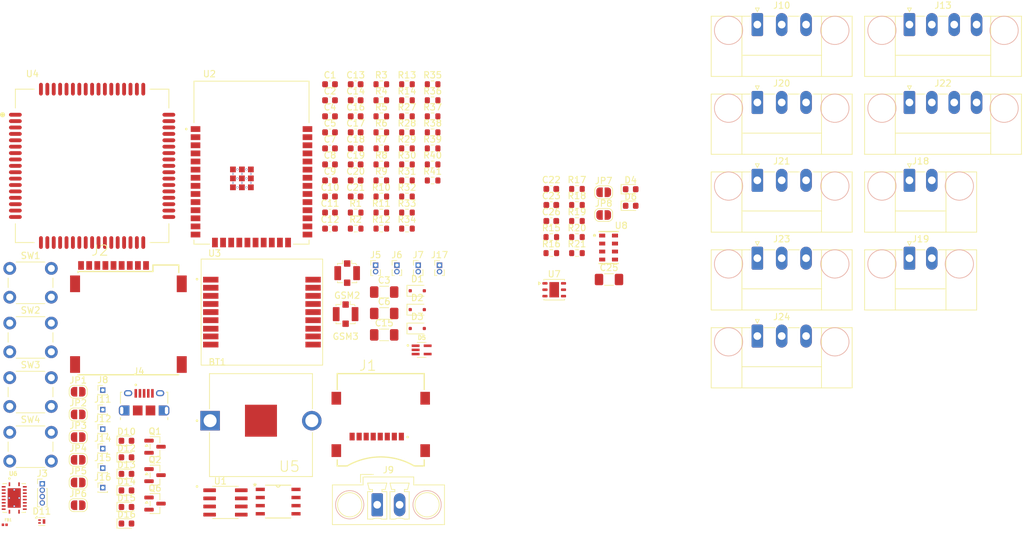
<source format=kicad_pcb>
(kicad_pcb (version 20241229) (generator "pcbnew") (generator_version "9.0")
  (layers (0 "F.Cu" signal) (2 "B.Cu" signal) (13 "F.Paste" user) (15 "B.Paste" user) (5 "F.SilkS" user "F.Silkscreen") (7 "B.SilkS" user "B.Silkscreen") (1 "F.Mask" user) (3 "B.Mask" user) (25 "Edge.Cuts" user))
  (net 0 "")
  (net 1 "GND")
  (net 2 "Net-(U1-VBAT)")
  (net 3 "Net-(SW1-B)")
  (net 4 "/gate way/ESP32 power in")
  (net 5 "Net-(C5-Pad1)")
  (net 6 "/gate way/pwkey")
  (net 7 "/gate way/nreset")
  (net 8 "/gate way/VDD_EXT")
  (net 9 "/gate way/GSM_pw in")
  (net 10 "/gate way/SIM VDD")
  (net 11 "/gate way/main ant")
  (net 12 "Net-(C14-Pad1)")
  (net 13 "/gate way/lora power in")
  (net 14 "/gate way/LORA ANT")
  (net 15 "Net-(C18-Pad1)")
  (net 16 "/gate way/SD power in")
  (net 17 "/gate way/RTC power input")
  (net 18 "/gate way/RS485 power in")
  (net 19 "/gate way/SIM RST")
  (net 20 "/gate way/SIM CLK")
  (net 21 "/gate way/SIM DATA")
  (net 22 "Net-(D10-A)")
  (net 23 "Net-(D10-K)")
  (net 24 "Net-(D12-A)")
  (net 25 "Net-(D13-A)")
  (net 26 "Net-(D14-A)")
  (net 27 "Net-(D15-A)")
  (net 28 "Net-(D16-A)")
  (net 31 "/gate way/VSPI-MISO")
  (net 32 "/gate way/VSPI-CLK")
  (net 33 "/gate way/SD CS")
  (net 34 "/gate way/VSPI-MOSI")
  (net 36 "/gate way/SIM DET")
  (net 39 "/gate way/tx")
  (net 40 "/gate way/rx")
  (net 41 "3v3")
  (net 43 "/gate way/D-")
  (net 44 "/gate way/D+")
  (net 45 "/gate way/VBUS")
  (net 46 "Net-(J5-Pin_2)")
  (net 47 "Net-(J5-Pin_1)")
  (net 48 "Net-(J6-Pin_1)")
  (net 49 "Net-(J6-Pin_2)")
  (net 51 "Net-(J7-Pin_2)")
  (net 52 "/gate way/VH400")
  (net 53 "Net-(J9-Pin_2)")
  (net 54 "Net-(J9-Pin_1)")
  (net 55 "/gate way/INSPEED VORTEX")
  (net 56 "/gate way/INSPEEED VANE")
  (net 57 "/gate way/DAVIS 7852")
  (net 58 "/gate way/DS18B20")
  (net 59 "/gate way/S1223")
  (net 60 "/gate way/I2C SDA")
  (net 61 "/gate way/I2C SCL")
  (net 62 "Net-(Q1-B)")
  (net 63 "Net-(Q2-B)")
  (net 64 "Net-(Q6-B)")
  (net 65 "/gate way/strap2")
  (net 66 "/gate way/strap12")
  (net 67 "/gate way/strap 5")
  (net 68 "/gate way/power in")
  (net 69 "/gate way/strap15")
  (net 72 "/gate way/netlight")
  (net 73 "/gate way/LORA RST")
  (net 74 "/gate way/LORA BOOT")
  (net 75 "/gate way/32khz")
  (net 76 "/gate way/RTC INT")
  (net 77 "Net-(SW2-A)")
  (net 78 "/gate way/RTC RST")
  (net 79 "/gate way/rs485 en")
  (net 80 "/gate way/RX")
  (net 84 "/gate way/-rs485 en")
  (net 87 "/gate way/TX")
  (net 100 "/gate way/ri")
  (net 123 "/gate way/RI")
  (net 146 "/gate way/SHT25 power in")
  (net 147 "/gate way/MPL power input")
  (net 148 "Net-(U8-CAP)")
  (net 149 "Net-(D4-A)")
  (net 150 "Net-(D6-A)")
  (footprint "Connector_PinHeader_1.00mm:PinHeader_1x01_P1.00mm_Vertical" (layer "F.Cu") (at 74.79 106.965)
    (property "Reference" "J14" (at 0 -1.61 0) (layer "F.SilkS"))
    (property "Value" "Conn_01x01_Pin")
    (pad "1" thru_hole rect (at 0 0) (size 0.85 0.85) (drill 0.5) (layers "*.Cu" "*.Mask") (net 57 "/gate way/DAVIS 7852"))
  )
  (footprint "Capacitor_SMD:C_0603_1608Metric" (layer "F.Cu") (at 114.33 67.515)
    (property "Reference" "C21" (at 0 -1.43 0) (layer "F.SilkS"))
    (property "Value" "0.1uF")
    (pad "1" smd roundrect (at -0.775 0) (size 0.9 0.95) (layers "F.Cu" "F.Mask" "F.Paste") (net 18 "/gate way/RS485 power in"))
    (pad "2" smd roundrect (at 0.775 0) (size 0.9 0.95) (layers "F.Cu" "F.Mask" "F.Paste") (net 1 "GND"))
  )
  (footprint "Resistor_SMD:R_0603_1608Metric" (layer "F.Cu") (at 126.36 57.475)
    (property "Reference" "R38" (at 0 -1.43 0) (layer "F.SilkS"))
    (property "Value" "1k")
    (pad "1" smd roundrect (at -0.825 0) (size 0.8 0.95) (layers "F.Cu" "F.Mask" "F.Paste") (net 28 "Net-(D16-A)"))
    (pad "2" smd roundrect (at 0.825 0) (size 0.8 0.95) (layers "F.Cu" "F.Mask" "F.Paste") (net 17 "/gate way/RTC power input"))
  )
  (footprint "Capacitor_SMD:C_0603_1608Metric" (layer "F.Cu") (at 114.33 57.475)
    (property "Reference" "C17" (at 0 -1.43 0) (layer "F.SilkS"))
    (property "Value" "Cm")
    (pad "1" smd roundrect (at -0.775 0) (size 0.9 0.95) (layers "F.Cu" "F.Mask" "F.Paste") (net 14 "/gate way/LORA ANT"))
    (pad "2" smd roundrect (at 0.775 0) (size 0.9 0.95) (layers "F.Cu" "F.Mask" "F.Paste") (net 1 "GND"))
  )
  (footprint "Diode_SMD:D_0603_1608Metric" (layer "F.Cu") (at 78.5 113.505)
    (property "Reference" "D14" (at 0 -1.43 0) (layer "F.SilkS"))
    (property "Value" "NET_LED")
    (pad "1" smd roundrect (at -0.7875 0) (size 0.875 0.95) (layers "F.Cu" "F.Mask" "F.Paste") (net 1 "GND"))
    (pad "2" smd roundrect (at 0.7875 0) (size 0.875 0.95) (layers "F.Cu" "F.Mask" "F.Paste") (net 26 "Net-(D14-A)"))
  )
  (footprint "Jumper:SolderJumper-2_P1.3mm_Open_RoundedPad1.0x1.5mm" (layer "F.Cu") (at 70.95 112.265)
    (property "Reference" "JP5" (at 0 -1.8 0) (layer "F.SilkS"))
    (property "Value" "Jumper_2_Small_Open")
    (pad "1" smd custom (at -0.65 0) (size 1 0.5) (layers "F.Cu" "F.Mask") (net 17 "/gate way/RTC power input") (options (clearance outline) (anchor rect)) (primitives (gr_circle (center 0 0.25) (end 0.5 0.25) (width 0) (fill yes)) (gr_circle (center 0 -0.25) (end 0.5 -0.25) (width 0) (fill yes)) (gr_poly (pts (xy 0.5 0.75) (xy 0 0.75) (xy 0 -0.75) (xy 0.5 -0.75)) (width 0) (fill yes))))
    (pad "2" smd custom (at 0.65 0) (size 1 0.5) (layers "F.Cu" "F.Mask") (net 41 "3v3") (options (clearance outline) (anchor rect)) (primitives (gr_circle (center 0 0.25) (end 0.5 0.25) (width 0) (fill yes)) (gr_circle (center 0 -0.25) (end 0.5 -0.25) (width 0) (fill yes)) (gr_poly (pts (xy 0 0.75) (xy -0.5 0.75) (xy -0.5 -0.75) (xy 0 -0.75)) (width 0) (fill yes))))
  )
  (footprint "Resistor_SMD:R_0603_1608Metric" (layer "F.Cu") (at 126.36 65.005)
    (property "Reference" "R41" (at 0 -1.43 0) (layer "F.SilkS"))
    (property "Value" "120")
    (pad "1" smd roundrect (at -0.825 0) (size 0.8 0.95) (layers "F.Cu" "F.Mask" "F.Paste") (net 53 "Net-(J9-Pin_2)"))
    (pad "2" smd roundrect (at 0.825 0) (size 0.8 0.95) (layers "F.Cu" "F.Mask" "F.Paste") (net 54 "Net-(J9-Pin_1)"))
  )
  (footprint "Resistor_SMD:R_0603_1608Metric" (layer "F.Cu") (at 148.9275 66.33)
    (property "Reference" "R17" (at 0 -1.43 0) (layer "F.SilkS"))
    (property "Value" "4.7k")
    (pad "1" smd roundrect (at -0.825 0) (size 0.8 0.95) (layers "F.Cu" "F.Mask" "F.Paste") (net 60 "/gate way/I2C SDA"))
    (pad "2" smd roundrect (at 0.825 0) (size 0.8 0.95) (layers "F.Cu" "F.Mask" "F.Paste") (net 146 "/gate way/SHT25 power in"))
  )
  (footprint "Button_Switch_THT:SW_PUSH_6mm" (layer "F.Cu") (at 60.25 87.315)
    (property "Reference" "SW2" (at 3.25 -2 0) (layer "F.SilkS"))
    (property "Value" "SW_SPST")
    (pad "1" thru_hole circle (at 0 0 90) (size 2 2) (drill 1.1) (layers "*.Cu" "*.Mask") (net 77 "Net-(SW2-A)"))
    (pad "1" thru_hole circle (at 6.5 0 90) (size 2 2) (drill 1.1) (layers "*.Cu" "*.Mask") (net 77 "Net-(SW2-A)"))
    (pad "2" thru_hole circle (at 0 4.5 90) (size 2 2) (drill 1.1) (layers "*.Cu" "*.Mask") (net 1 "GND"))
    (pad "2" thru_hole circle (at 6.5 4.5 90) (size 2 2) (drill 1.1) (layers "*.Cu" "*.Mask") (net 1 "GND"))
  )
  (footprint "Resistor_SMD:R_0603_1608Metric" (layer "F.Cu") (at 122.35 59.985)
    (property "Reference" "R29" (at 0 -1.43 0) (layer "F.SilkS"))
    (property "Value" "1k")
    (pad "1" smd roundrect (at -0.825 0) (size 0.8 0.95) (layers "F.Cu" "F.Mask" "F.Paste") (net 26 "Net-(D14-A)"))
    (pad "2" smd roundrect (at 0.825 0) (size 0.8 0.95) (layers "F.Cu" "F.Mask" "F.Paste") (net 4 "/gate way/ESP32 power in"))
  )
  (footprint "Button_Switch_THT:SW_PUSH_6mm" (layer "F.Cu") (at 60.25 104.415)
    (property "Reference" "SW4" (at 3.25 -2 0) (layer "F.SilkS"))
    (property "Value" "SW_SPST")
    (pad "1" thru_hole circle (at 0 0 90) (size 2 2) (drill 1.1) (layers "*.Cu" "*.Mask") (net 74 "/gate way/LORA BOOT"))
    (pad "1" thru_hole circle (at 6.5 0 90) (size 2 2) (drill 1.1) (layers "*.Cu" "*.Mask") (net 74 "/gate way/LORA BOOT"))
    (pad "2" thru_hole circle (at 0 4.5 90) (size 2 2) (drill 1.1) (layers "*.Cu" "*.Mask") (net 13 "/gate way/lora power in"))
    (pad "2" thru_hole circle (at 6.5 4.5 90) (size 2 2) (drill 1.1) (layers "*.Cu" "*.Mask") (net 13 "/gate way/lora power in"))
  )
  (footprint "Resistor_SMD:R_0603_1608Metric" (layer "F.Cu") (at 148.9275 76.37)
    (property "Reference" "R21" (at 0 -1.43 0) (layer "F.SilkS"))
    (property "Value" "4.7k")
    (pad "1" smd roundrect (at -0.825 0) (size 0.8 0.95) (layers "F.Cu" "F.Mask" "F.Paste") (net 58 "/gate way/DS18B20"))
    (pad "2" smd roundrect (at 0.825 0) (size 0.8 0.95) (layers "F.Cu" "F.Mask" "F.Paste") (net 41 "3v3"))
  )
  (footprint "Resistor_SMD:R_0603_1608Metric" (layer "F.Cu") (at 126.36 62.495)
    (property "Reference" "R40" (at 0 -1.43 0) (layer "F.SilkS"))
    (property "Value" "4.7k")
    (pad "1" smd roundrect (at -0.825 0) (size 0.8 0.95) (layers "F.Cu" "F.Mask" "F.Paste") (net 61 "/gate way/I2C SCL"))
    (pad "2" smd roundrect (at 0.825 0) (size 0.8 0.95) (layers "F.Cu" "F.Mask" "F.Paste") (net 13 "/gate way/lora power in"))
  )
  (footprint "Resistor_SMD:R_0603_1608Metric" (layer "F.Cu") (at 122.35 70.025)
    (property "Reference" "R33" (at 0 -1.43 0) (layer "F.SilkS"))
    (property "Value" "1k")
    (pad "1" smd roundrect (at -0.825 0) (size 0.8 0.95) (layers "F.Cu" "F.Mask" "F.Paste") (net 27 "Net-(D15-A)"))
    (pad "2" smd roundrect (at 0.825 0) (size 0.8 0.95) (layers "F.Cu" "F.Mask" "F.Paste") (net 16 "/gate way/SD power in"))
  )
  (footprint "Package_TO_SOT_SMD:SOT-23" (layer "F.Cu") (at 82.96 106.665)
    (property "Reference" "Q1" (at 0 -2.4 0) (layer "F.SilkS"))
    (property "Value" "MMBT3904")
    (pad "1" smd roundrect (at -0.9375 -0.95) (size 1.475 0.6) (layers "F.Cu" "F.Mask" "F.Paste") (net 62 "Net-(Q1-B)"))
    (pad "2" smd roundrect (at -0.9375 0.95) (size 1.475 0.6) (layers "F.Cu" "F.Mask" "F.Paste") (net 1 "GND"))
    (pad "3" smd roundrect (at 0.9375 0) (size 1.475 0.6) (layers "F.Cu" "F.Mask" "F.Paste") (net 6 "/gate way/pwkey"))
  )
  (footprint "Jumper:SolderJumper-2_P1.3mm_Open_RoundedPad1.0x1.5mm" (layer "F.Cu") (at 70.95 105.165)
    (property "Reference" "JP3" (at 0 -1.8 0) (layer "F.SilkS"))
    (property "Value" "Jumper_2_Small_Open")
    (pad "1" smd custom (at -0.65 0) (size 1 0.5) (layers "F.Cu" "F.Mask") (net 13 "/gate way/lora power in") (options (clearance outline) (anchor rect)) (primitives (gr_circle (center 0 0.25) (end 0.5 0.25) (width 0) (fill yes)) (gr_circle (center 0 -0.25) (end 0.5 -0.25) (width 0) (fill yes)) (gr_poly (pts (xy 0.5 0.75) (xy 0 0.75) (xy 0 -0.75) (xy 0.5 -0.75)) (width 0) (fill yes))))
    (pad "2" smd custom (at 0.65 0) (size 1 0.5) (layers "F.Cu" "F.Mask") (net 41 "3v3") (options (clearance outline) (anchor rect)) (primitives (gr_circle (center 0 0.25) (end 0.5 0.25) (width 0) (fill yes)) (gr_circle (center 0 -0.25) (end 0.5 -0.25) (width 0) (fill yes)) (gr_poly (pts (xy 0 0.75) (xy -0.5 0.75) (xy -0.5 -0.75) (xy 0 -0.75)) (width 0) (fill yes))))
  )
  (footprint "Resistor_SMD:R_0603_1608Metric" (layer "F.Cu") (at 122.35 72.535)
    (property "Reference" "R34" (at 0 -1.43 0) (layer "F.SilkS"))
    (property "Value" "4.7k")
    (pad "1" smd roundrect (at -0.825 0) (size 0.8 0.95) (layers "F.Cu" "F.Mask" "F.Paste") (net 61 "/gate way/I2C SCL"))
    (pad "2" smd roundrect (at 0.825 0) (size 0.8 0.95) (layers "F.Cu" "F.Mask" "F.Paste") (net 17 "/gate way/RTC power input"))
  )
  (footprint "Resistor_SMD:R_0603_1608Metric" (layer "F.Cu") (at 118.34 72.535)
    (property "Reference" "R12" (at 0 -1.43 0) (layer "F.SilkS"))
    (property "Value" "1k")
    (pad "1" smd roundrect (at -0.825 0) (size 0.8 0.95) (layers "F.Cu" "F.Mask" "F.Paste") (net 22 "Net-(D10-A)"))
    (pad "2" smd roundrect (at 0.825 0) (size 0.8 0.95) (layers "F.Cu" "F.Mask" "F.Paste") (net 9 "/gate way/GSM_pw in"))
  )
  (footprint "Resistor_SMD:R_0603_1608Metric" (layer "F.Cu") (at 126.36 52.455)
    (property "Reference" "R36" (at 0 -1.43 0) (layer "F.SilkS"))
    (property "Value" "4.7k")
    (pad "1" smd roundrect (at -0.825 0) (size 0.8 0.95) (layers "F.Cu" "F.Mask" "F.Paste") (net 75 "/gate way/32khz"))
    (pad "2" smd roundrect (at 0.825 0) (size 0.8 0.95) (layers "F.Cu" "F.Mask" "F.Paste") (net 17 "/gate way/RTC power input"))
  )
  (footprint "Capacitor_SMD:C_0603_1608Metric" (layer "F.Cu") (at 114.33 54.965)
    (property "Reference" "C16" (at 0 -1.43 0) (layer "F.SilkS"))
    (property "Value" "0.1uF")
    (pad "1" smd roundrect (at -0.775 0) (size 0.9 0.95) (layers "F.Cu" "F.Mask" "F.Paste") (net 13 "/gate way/lora power in"))
    (pad "2" smd roundrect (at 0.775 0) (size 0.9 0.95) (layers "F.Cu" "F.Mask" "F.Paste") (net 1 "GND"))
  )
  (footprint "Jumper:SolderJumper-2_P1.3mm_Open_RoundedPad1.0x1.5mm" (layer "F.Cu") (at 70.95 108.715)
    (property "Reference" "JP4" (at 0 -1.8 0) (layer "F.SilkS"))
    (property "Value" "Jumper_2_Small_Open")
    (pad "1" smd custom (at -0.65 0) (size 1 0.5) (layers "F.Cu" "F.Mask") (net 16 "/gate way/SD power in") (options (clearance outline) (anchor rect)) (primitives (gr_circle (center 0 0.25) (end 0.5 0.25) (width 0) (fill yes)) (gr_circle (center 0 -0.25) (end 0.5 -0.25) (width 0) (fill yes)) (gr_poly (pts (xy 0.5 0.75) (xy 0 0.75) (xy 0 -0.75) (xy 0.5 -0.75)) (width 0) (fill yes))))
    (pad "2" smd custom (at 0.65 0) (size 1 0.5) (layers "F.Cu" "F.Mask") (net 41 "3v3") (options (clearance outline) (anchor rect)) (primitives (gr_circle (center 0 0.25) (end 0.5 0.25) (width 0) (fill yes)) (gr_circle (center 0 -0.25) (end 0.5 -0.25) (width 0) (fill yes)) (gr_poly (pts (xy 0 0.75) (xy -0.5 0.75) (xy -0.5 -0.75) (xy 0 -0.75)) (width 0) (fill yes))))
  )
  (footprint "Jumper:SolderJumper-2_P1.3mm_Open_RoundedPad1.0x1.5mm" (layer "F.Cu") (at 153.1075 66.85)
    (property "Reference" "JP7" (at 0 -1.8 0) (layer "F.SilkS"))
    (property "Value" "Jumper_2_Small_Open")
    (pad "1" smd custom (at -0.65 0) (size 1 0.5) (layers "F.Cu" "F.Mask") (net 146 "/gate way/SHT25 power in") (options (clearance outline) (anchor rect)) (primitives (gr_circle (center 0 0.25) (end 0.5 0.25) (width 0) (fill yes)) (gr_circle (center 0 -0.25) (end 0.5 -0.25) (width 0) (fill yes)) (gr_poly (pts (xy 0.5 0.75) (xy 0 0.75) (xy 0 -0.75) (xy 0.5 -0.75)) (width 0) (fill yes))))
    (pad "2" smd custom (at 0.65 0) (size 1 0.5) (layers "F.Cu" "F.Mask") (net 41 "3v3") (options (clearance outline) (anchor rect)) (primitives (gr_circle (center 0 0.25) (end 0.5 0.25) (width 0) (fill yes)) (gr_circle (center 0 -0.25) (end 0.5 -0.25) (width 0) (fill yes)) (gr_poly (pts (xy 0 0.75) (xy -0.5 0.75) (xy -0.5 -0.75) (xy 0 -0.75)) (width 0) (fill yes))))
  )
  (footprint "Connector_Phoenix_MC:PhoenixContact_MC_1,5_4-GF-3.5_1x04_P3.50mm_Horizontal_ThreadedFlange_MountHole" (layer "F.Cu") (at 200.91 52.795)
    (property "Reference" "J22" (at 5.25 -3 0) (layer "F.SilkS"))
    (property "Value" "Conn_01x04_Pin")
    (pad "" np_thru_hole circle (at -4.3 0.9) (size 2.4 2.4) (drill 2.4) (layers "*.Cu" "*.Mask"))
    (pad "" np_thru_hole circle (at 14.8 0.9) (size 2.4 2.4) (drill 2.4) (layers "*.Cu" "*.Mask"))
    (pad "1" thru_hole roundrect (at 0 0) (size 1.8 3.6) (drill 1.2) (layers "*.Cu" "*.Mask") (roundrect_rratio 0.138889))
    (pad "2" thru_hole oval (at 3.5 0) (size 1.8 3.6) (drill 1.2) (layers "*.Cu" "*.Mask"))
    (pad "3" thru_hole oval (at 7 0) (size 1.8 3.6) (drill 1.2) (layers "*.Cu" "*.Mask"))
    (pad "4" thru_hole oval (at 10.5 0) (size 1.8 3.6) (drill 1.2) (layers "*.Cu" "*.Mask") (net 57 "/gate way/DAVIS 7852"))
  )
  (footprint "Diode_SMD:D_0603_1608Metric" (layer "F.Cu") (at 157.3275 66.37)
    (property "Reference" "D4" (at 0 -1.43 0) (layer "F.SilkS"))
    (property "Value" "NET_LED")
    (pad "1" smd roundrect (at -0.7875 0) (size 0.875 0.95) (layers "F.Cu" "F.Mask" "F.Paste") (net 1 "GND"))
    (pad "2" smd roundrect (at 0.7875 0) (size 0.875 0.95) (layers "F.Cu" "F.Mask" "F.Paste") (net 149 "Net-(D4-A)"))
  )
  (footprint "Resistor_SMD:R_0603_1608Metric" (layer "F.Cu") (at 144.9175 76.37)
    (property "Reference" "R16" (at 0 -1.43 0) (layer "F.SilkS"))
    (property "Value" "4.7k")
    (pad "1" smd roundrect (at -0.825 0) (size 0.8 0.95) (layers "F.Cu" "F.Mask" "F.Paste") (net 61 "/gate way/I2C SCL"))
    (pad "2" smd roundrect (at 0.825 0) (size 0.8 0.95) (layers "F.Cu" "F.Mask" "F.Paste") (net 146 "/gate way/SHT25 power in"))
  )
  (footprint "RA-08H-Ai-Thinker-Symbol-Kicad-88998:RA-08H" (layer "F.Cu") (at 99.675 85.6)
    (property "Reference" "U3" (at -7.4 -9.2 0) (layer "F.SilkS"))
    (property "Value" "Ai-Thinker RA-08H")
    (pad "1" smd rect (at -8 -5.08) (size 2.4 0.9) (layers "F.Cu" "F.Mask" "F.Paste") (net 1 "GND"))
    (pad "2" smd rect (at -8 -3.81) (size 2.4 0.9) (layers "F.Cu" "F.Mask" "F.Paste"))
    (pad "3" smd rect (at -8 -2.54) (size 2.4 0.9) (layers "F.Cu" "F.Mask" "F.Paste"))
    (pad "4" smd rect (at -8 -1.27) (size 2.4 0.9) (layers "F.Cu" "F.Mask" "F.Paste"))
    (pad "5" smd rect (at -8 0) (size 2.4 0.9) (layers "F.Cu" "F.Mask" "F.Paste"))
    (pad "6" smd rect (at -8 1.27) (size 2.4 0.9) (layers "F.Cu" "F.Mask" "F.Paste"))
    (pad "7" smd rect (at -8 2.6) (size 2.4 0.9) (layers "F.Cu" "F.Mask" "F.Paste") (net 47 "Net-(J5-Pin_1)"))
    (pad "8" smd rect (at -8 3.81) (size 2.4 0.9) (layers "F.Cu" "F.Mask" "F.Paste") (net 46 "Net-(J5-Pin_2)"))
    (pad "9" smd rect (at -8 5.08) (size 2.4 0.9) (layers "F.Cu" "F.Mask" "F.Paste") (net 13 "/gate way/lora power in"))
    (pad "10" smd rect (at 8 5.08) (size 2.4 0.9) (layers "F.Cu" "F.Mask" "F.Paste") (net 51 "Net-(J7-Pin_2)"))
    (pad "11" smd rect (at 8 3.81) (size 2.4 0.9) (layers "F.Cu" "F.Mask" "F.Paste") (net 48 "Net-(J6-Pin_1)"))
    (pad "12" smd rect (at 8 2.6) (size 2.4 0.9) (layers "F.Cu" "F.Mask" "F.Paste") (net 49 "Net-(J6-Pin_2)"))
    (pad "13" smd rect (at 8 1.27) (size 2.4 0.9) (layers "F.Cu" "F.Mask" "F.Paste") (net 60 "/gate way/I2C SDA"))
    (pad "14" smd rect (at 8 0) (size 2.4 0.9) (layers "F.Cu" "F.Mask" "F.Paste") (net 61 "/gate way/I2C SCL"))
    (pad "15" smd rect (at 8 -1.27) (size 2.4 0.9) (layers "F.Cu" "F.Mask" "F.Paste") (net 74 "/gate way/LORA BOOT"))
    (pad "16" smd rect (at 8 -2.54) (size 2.4 0.9) (layers "F.Cu" "F.Mask" "F.Paste") (net 73 "/gate way/LORA RST"))
    (pad "17" smd rect (at 8 -3.81) (size 2.4 0.9) (layers "F.Cu" "F.Mask" "F.Paste") (net 1 "GND"))
    (pad "18" smd rect (at 8 -5.08) (size 2.4 0.9) (layers "F.Cu" "F.Mask" "F.Paste") (net 14 "/gate way/LORA ANT"))
  )
  (footprint "ESP32-WROOM-32E__4MB_HIGH_TEMP_:XCVR_ESP32-WROOM-32E__4MB_HIGH_TEMP_" (layer "F.Cu") (at 98.045 62.215)
    (property "Reference" "U2" (at -6.575 -13.885 0) (layer "F.SilkS"))
    (property "Value" "ESP32-WROOM-32E__4MB_HIGH_TEMP_")
    (pad "1" smd rect (at -8.75 -5.26) (size 1.5 0.9) (layers "F.Cu" "F.Mask" "F.Paste") (net 1 "GND"))
    (pad "2" smd rect (at -8.75 -3.99) (size 1.5 0.9) (layers "F.Cu" "F.Mask" "F.Paste") (net 4 "/gate way/ESP32 power in"))
    (pad "3" smd rect (at -8.75 -2.72) (size 1.5 0.9) (layers "F.Cu" "F.Mask" "F.Paste") (net 3 "Net-(SW1-B)"))
    (pad "4" smd rect (at -8.75 -1.45) (size 1.5 0.9) (layers "F.Cu" "F.Mask" "F.Paste") (net 75 "/gate way/32khz"))
    (pad "5" smd rect (at -8.75 -0.18) (size 1.5 0.9) (layers "F.Cu" "F.Mask" "F.Paste"))
    (pad "6" smd rect (at -8.75 1.09) (size 1.5 0.9) (layers "F.Cu" "F.Mask" "F.Paste") (net 79 "/gate way/rs485 en"))
    (pad "7" smd rect (at -8.75 2.36) (size 1.5 0.9) (layers "F.Cu" "F.Mask" "F.Paste") (net 84 "/gate way/-rs485 en"))
    (pad "8" smd rect (at -8.75 3.63) (size 1.5 0.9) (layers "F.Cu" "F.Mask" "F.Paste") (net 57 "/gate way/DAVIS 7852"))
    (pad "9" smd rect (at -8.75 4.9) (size 1.5 0.9) (layers "F.Cu" "F.Mask" "F.Paste") (net 58 "/gate way/DS18B20"))
    (pad "10" smd rect (at -8.75 6.17) (size 1.5 0.9) (layers "F.Cu" "F.Mask" "F.Paste") (net 52 "/gate way/VH400"))
    (pad "11" smd rect (at -8.75 7.44) (size 1.5 0.9) (layers "F.Cu" "F.Mask" "F.Paste") (net 55 "/gate way/INSPEED VORTEX"))
    (pad "12" smd rect (at -8.75 8.71) (size 1.5 0.9) (layers "F.Cu" "F.Mask" "F.Paste") (net 56 "/gate way/INSPEEED VANE"))
    (pad "13" smd rect (at -8.75 9.98) (size 1.5 0.9) (layers "F.Cu" "F.Mask" "F.Paste") (net 33 "/gate way/SD CS"))
    (pad "14" smd rect (at -8.75 11.25) (size 1.5 0.9) (layers "F.Cu" "F.Mask" "F.Paste") (net 66 "/gate way/strap12"))
    (pad "15" smd rect (at -5.715 12.5) (size 0.9 1.5) (layers "F.Cu" "F.Mask" "F.Paste") (net 1 "GND"))
    (pad "16" smd rect (at -4.445 12.5) (size 0.9 1.5) (layers "F.Cu" "F.Mask" "F.Paste") (net 59 "/gate way/S1223"))
    (pad "17" smd rect (at -3.175 12.5) (size 0.9 1.5) (layers "F.Cu" "F.Mask" "F.Paste"))
    (pad "18" smd rect (at -1.905 12.5) (size 0.9 1.5) (layers "F.Cu" "F.Mask" "F.Paste"))
    (pad "19" smd rect (at -0.635 12.5) (size 0.9 1.5) (layers "F.Cu" "F.Mask" "F.Paste"))
    (pad "20" smd rect (at 0.635 12.5) (size 0.9 1.5) (layers "F.Cu" "F.Mask" "F.Paste"))
    (pad "21" smd rect (at 1.905 12.5) (size 0.9 1.5) (layers "F.Cu" "F.Mask" "F.Paste"))
    (pad "22" smd rect (at 3.175 12.5) (size 0.9 1.5) (layers "F.Cu" "F.Mask" "F.Paste"))
    (pad "23" smd rect (at 4.445 12.5) (size 0.9 1.5) (layers "F.Cu" "F.Mask" "F.Paste") (net 69 "/gate way/strap15"))
    (pad "24" smd rect (at 5.715 12.5) (size 0.9 1.5) (layers "F.Cu" "F.Mask" "F.Paste") (net 65 "/gate way/strap2"))
    (pad "25" smd rect (at 8.75 11.25) (size 1.5 0.9) (layers "F.Cu" "F.Mask" "F.Paste") (net 77 "Net-(SW2-A)"))
    (pad "26" smd rect (at 8.75 9.98) (size 1.5 0.9) (layers "F.Cu" "F.Mask" "F.Paste"))
    (pad "27" smd rect (at 8.75 8.71) (size 1.5 0.9) (layers "F.Cu" "F.Mask" "F.Paste") (net 80 "/gate way/RX"))
    (pad "28" smd rect (at 8.75 7.44) (size 1.5 0.9) (layers "F.Cu" "F.Mask" "F.Paste") (net 87 "/gate way/TX"))
    (pad "29" smd rect (at 8.75 6.17) (size 1.5 0.9) (layers "F.Cu" "F.Mask" "F.Paste") (net 67 "/gate way/strap 5"))
    (pad "30" smd rect (at 8.75 4.9) (size 1.5 0.9) (layers "F.Cu" "F.Mask" "F.Paste") (net 32 "/gate way/VSPI-CLK"))
    (pad "31" smd rect (at 8.75 3.63) (size 1.5 0.9) (layers "F.Cu" "F.Mask" "F.Paste") (net 31 "/gate way/VSPI-MISO"))
    (pad "32" smd rect (at 8.75 2.36) (size 1.5 0.9) (layers "F.Cu" "F.Mask" "F.Paste"))
    (pad "33" smd rect (at 8.75 1.09) (size 1.5 0.9) (layers "F.Cu" "F.Mask" "F.Paste") (net 61 "/gate way/I2C SCL"))
    (pad "34" smd rect (at 8.75 -0.18) (size 1.5 0.9) (layers "F.Cu" "F.Mask" "F.Paste") (net 40 "/gate way/rx"))
    (pad "35" smd rect (at 8.75 -1.45) (size 1.5 0.9) (layers "F.Cu" "F.Mask" "F.Paste") (net 39 "/gate way/tx"))
    (pad "36" smd rect (at 8.75 -2.72) (size 1.5 0.9) (layers "F.Cu" "F.Mask" "F.Paste") (net 60 "/gate way/I2C SDA"))
    (pad "37" smd rect (at 8.75 -3.99) (size 1.5 0.9) (layers "F.Cu" "F.Mask" "F.Paste") (net 34 "/gate way/VSPI-MOSI"))
    (pad "38" smd rect (at 8.75 -5.26) (size 1.5 0.9) (layers "F.Cu" "F.Mask" "F.Paste") (net 1 "GND"))
    (pad "39_1" smd rect (at -2.9 1.06) (size 0.9 0.9) (layers "F.Cu" "F.Mask" "F.Paste") (net 1 "GND"))
    (pad "39_2" smd rect (at -1.5 1.06) (size 0.9 0.9) (layers "F.Cu" "F.Mask" "F.Paste") (net 1 "GND"))
    (pad "39_3" smd rect (at -0.1 1.06) (size 0.9 0.9) (layers "F.Cu" "F.Mask" "F.Paste") (net 1 "GND"))
    (pad "39_4" smd rect (at -2.9 2.46) (size 0.9 0.9) (layers "F.Cu" "F.Mask" "F.Paste") (net 1 "GND"))
    (pad "39_5" smd rect (at -1.5 2.46) (size 0.9 0.9) (layers "F.Cu" "F.Mask" "F.Paste") (net 1 "GND"))
    (pad "39_6" smd rect (at -0.1 2.46) (size 0.9 0.9) (layers "F.Cu" "F.Mask" "F.Paste") (net 1 "GND"))
    (pad "39_7" smd rect (at -2.9 3.86) (size 0.9 0.9) (layers "F.Cu" "F.Mask" "F.Paste") (net 1 "GND"))
    (pad "39_8" smd rect (at -1.5 3.86) (size 0.9 0.9) (layers "F.Cu" "F.Mask" "F.Paste") (net 1 "GND"))
    (pad "39_9" smd rect (at -0.1 3.86) (size 0.9 0.9) (layers "F.Cu" "F.Mask" "F.Paste") (net 1 "GND"))
    (pad "39_10" thru_hole circle (at -2.2 1.06) (size 0.3 0.3) (drill 0.2) (layers "*.Cu"))
    (pad "39_11" thru_hole circle (at -0.8 1.06) (size 0.3 0.3) (drill 0.2) (layers "*.Cu"))
    (pad "39_12" thru_hole circle (at -2.9 1.76) (size 0.3 0.3) (drill 0.2) (layers "*.Cu"))
    (pad "39_13" thru_hole circle (at -1.5 1.76) (size 0.3 0.3) (drill 0.2) (layers "*.Cu"))
    (pad "39_14" thru_hole circle (at -0.1 1.76) (size 0.3 0.3) (drill 0.2) (layers "*.Cu"))
    (pad "39_15" thru_hole circle (at -2.2 2.46) (size 0.3 0.3) (drill 0.2) (layers "*.Cu"))
    (pad "39_16" thru_hole circle (at -0.8 2.46) (size 0.3 0.3) (drill 0.2) (layers "*.Cu"))
    (pad "39_17" thru_hole circle (at -2.9 3.16) (size 0.3 0.3) (drill 0.2) (layers "*.Cu"))
    (pad "39_18" thru_hole circle (at -1.5 3.16) (size 0.3 0.3) (drill 0.2) (layers "*.Cu"))
    (pad "39_19" thru_hole circle (at -0.1 3.16) (size 0.3 0.3) (drill 0.2) (layers "*.Cu"))
    (pad "39_20" thru_hole circle (at -2.2 3.86) (size 0.3 0.3) (drill 0.2) (layers "*.Cu"))
    (pad "39_21" thru_hole circle (at -0.8 3.86) (size 0.3 0.3) (drill 0.2) (layers "*.Cu"))
  )
  (footprint "Capacitor_SMD:C_1206_3216Metric_Pad1.33x1.80mm_HandSolder" (layer "F.Cu") (at 118.79 85.815)
    (property "Reference" "C6" (at 0 -1.85 0) (layer "F.SilkS"))
    (property "Value" "100uF")
    (pad "1" smd roundrect (at -1.5625 0) (size 1.325 1.8) (layers "F.Cu" "F.Mask" "F.Paste") (roundrect_rratio 0.188679) (net 5 "Net-(C5-Pad1)"))
    (pad "2" smd roundrect (at 1.5625 0) (size 1.325 1.8) (layers "F.Cu" "F.Mask" "F.Paste") (roundrect_rratio 0.188679) (net 1 "GND"))
  )
  (footprint "Resistor_SMD:R_0603_1608Metric" (layer "F.Cu") (at 118.34 65.005)
    (property "Reference" "R9" (at 0 -1.43 0) (layer "F.SilkS"))
    (property "Value" "4.7k")
    (pad "1" smd roundrect (at -0.825 0) (size 0.8 0.95) (layers "F.Cu" "F.Mask" "F.Paste") (net 1 "GND"))
    (pad "2" smd roundrect (at 0.825 0) (size 0.8 0.95) (layers "F.Cu" "F.Mask" "F.Paste") (net 63 "Net-(Q2-B)"))
  )
  (footprint "ST3485EBDR:SOIC127P600X175-8N" (layer "F.Cu") (at 102.2102 115.2516)
    (property "Reference" "U5" (at 1.7526 -5.4864 0) (layer "F.SilkS") (effects (font (size 1.64 1.64))))
    (property "Value" "ST3485EBDR")
    (fp_text user "*" (at -3.6322 -2.3114 0) (layer "F.SilkS"))
    (pad "1" smd rect (at -2.794 -1.905) (size 1.4224 0.5334) (layers "F.Cu" "F.Mask" "F.Paste") (net 40 "/gate way/rx"))
    (pad "2" smd rect (at -2.794 -0.635) (size 1.4224 0.5334) (layers "F.Cu" "F.Mask" "F.Paste") (net 84 "/gate way/-rs485 en"))
    (pad "3" smd rect (at -2.794 0.635) (size 1.4224 0.5334) (layers "F.Cu" "F.Mask" "F.Paste") (net 79 "/gate way/rs485 en"))
    (pad "4" smd rect (at -2.794 1.905) (size 1.4224 0.5334) (layers "F.Cu" "F.Mask" "F.Paste") (net 39 "/gate way/tx"))
    (pad "5" smd rect (at 2.794 1.905) (size 1.4224 0.5334) (layers "F.Cu" "F.Mask" "F.Paste") (net 1 "GND"))
    (pad "6" smd rect (at 2.794 0.635) (size 1.4224 0.5334) (layers "F.Cu" "F.Mask" "F.Paste") (net 54 "Net-(J9-Pin_1)"))
    (pad "7" smd rect (at 2.794 -0.635) (size 1.4224 0.5334) (layers "F.Cu" "F.Mask" "F.Paste") (net 53 "Net-(J9-Pin_2)"))
    (pad "8" smd rect (at 2.794 -1.905) (size 1.4224 0.5334) (layers "F.Cu" "F.Mask" "F.Paste") (net 18 "/gate way/RS485 power in"))
  )
  (footprint "Package_TO_SOT_SMD:SOT-23" (layer "F.Cu") (at 82.96 115.565)
    (property "Reference" "Q6" (at 0 -2.4 0) (layer "F.SilkS"))
    (property "Value" "MMBT3904")
    (pad "1" smd roundrect (at -0.9375 -0.95) (size 1.475 0.6) (layers "F.Cu" "F.Mask" "F.Paste") (net 64 "Net-(Q6-B)"))
    (pad "2" smd roundrect (at -0.9375 0.95) (size 1.475 0.6) (layers "F.Cu" "F.Mask" "F.Paste") (net 1 "GND"))
    (pad "3" smd roundrect (at 0.9375 0) (size 1.475 0.6) (layers "F.Cu" "F.Mask" "F.Paste") (net 23 "Net-(D10-K)"))
  )
  (footprint "Diode_SMD:D_0603_1608Metric" (layer "F.Cu") (at 78.5 118.685)
    (property "Reference" "D16" (at 0 -1.43 0) (layer "F.SilkS"))
    (property "Value" "NET_LED")
    (pad "1" smd roundrect (at -0.7875 0) (size 0.875 0.95) (layers "F.Cu" "F.Mask" "F.Paste") (net 1 "GND"))
    (pad "2" smd roundrect (at 0.7875 0) (size 0.875 0.95) (layers "F.Cu" "F.Mask" "F.Paste") (net 28 "Net-(D16-A)"))
  )
  (footprint "Resistor_SMD:R_0603_1608Metric" (layer "F.Cu") (at 126.36 54.965)
    (property "Reference" "R37" (at 0 -1.43 0) (layer "F.SilkS"))
    (property "Value" "4.7k")
    (pad "1" smd roundrect (at -0.825 0) (size 0.8 0.95) (layers "F.Cu" "F.Mask" "F.Paste") (net 76 "/gate way/RTC INT"))
    (pad "2" smd roundrect (at 0.825 0) (size 0.8 0.95) (layers "F.Cu" "F.Mask" "F.Paste") (net 17 "/gate way/RTC power input"))
  )
  (footprint "Capacitor_SMD:C_0603_1608Metric" (layer "F.Cu") (at 110.32 59.985)
    (property "Reference" "C7" (at 0 -1.43 0) (layer "F.SilkS"))
    (property "Value" "1uF")
    (pad "1" smd roundrect (at -0.775 0) (size 0.9 0.95) (layers "F.Cu" "F.Mask" "F.Paste") (net 5 "Net-(C5-Pad1)"))
    (pad "2" smd roundrect (at 0.775 0) (size 0.9 0.95) (layers "F.Cu" "F.Mask" "F.Paste") (net 1 "GND"))
  )
  (footprint "Connector_PinHeader_1.00mm:PinHeader_1x02_P1.00mm_Vertical" (layer "F.Cu") (at 117.45 78.265)
    (property "Reference" "J5" (at 0 -1.61 0) (layer "F.SilkS"))
    (property "Value" "Conn_01x02_Pin")
    (pad "1" thru_hole rect (at 0 0) (size 0.85 0.85) (drill 0.5) (layers "*.Cu" "*.Mask") (net 47 "Net-(J5-Pin_1)"))
    (pad "2" thru_hole circle (at 0 1) (size 0.85 0.85) (drill 0.5) (layers "*.Cu" "*.Mask") (net 46 "Net-(J5-Pin_2)"))
  )
  (footprint "Connector_PinHeader_1.00mm:PinHeader_1x02_P1.00mm_Vertical" (layer "F.Cu") (at 124.11 78.265)
    (property "Reference" "J7" (at 0 -1.61 0) (layer "F.SilkS"))
    (property "Value" "Conn_01x02_Pin")
    (pad "1" thru_hole rect (at 0 0) (size 0.85 0.85) (drill 0.5) (layers "*.Cu" "*.Mask"))
    (pad "2" thru_hole circle (at 0 1) (size 0.85 0.85) (drill 0.5) (layers "*.Cu" "*.Mask") (net 51 "Net-(J7-Pin_2)"))
  )
  (footprint "Connector_Coaxial:U.FL_Molex_MCRF_73412-0110_Vertical" (layer "F.Cu") (at 112.76 85.915)
    (property "Reference" "GSM3" (at 0 3.5 0) (layer "F.SilkS"))
    (property "Value" "U.FL-R-SMT(10)")
    (pad "1" smd roundrect (at 0 1.5 180) (size 1 1) (layers "F.Cu" "F.Mask" "F.Paste") (roundrect_rratio 0.1) (net 15 "Net-(C18-Pad1)"))
    (pad "2" smd roundrect (at -1.475 0 180) (size 1.05 2.2) (layers "F.Cu" "F.Mask" "F.Paste") (roundrect_rratio 0.1) (net 1 "GND"))
    (pad "2" smd roundrect (at 0 -1.5 180) (size 1 1) (layers "F.Cu" "F.Mask" "F.Paste") (roundrect_rratio 0.1) (net 1 "GND"))
    (pad "2" smd roundrect (at 1.475 0 180) (size 1.05 2.2) (layers "F.Cu" "F.Mask" "F.Paste") (roundrect_rratio 0.1) (net 1 "GND"))
  )
  (footprint "Resistor_SMD:R_0603_1608Metric" (layer "F.Cu") (at 122.35 49.945)
    (property "Reference" "R13" (at 0 -1.43 0) (layer "F.SilkS"))
    (property "Value" "0R")
    (pad "1" smd roundrect (at -0.825 0) (size 0.8 0.95) (layers "F.Cu" "F.Mask" "F.Paste") (net 11 "/gate way/main ant"))
    (pad "2" smd roundrect (at 0.825 0) (size 0.8 0.95) (layers "F.Cu" "F.Mask" "F.Paste") (net 12 "Net-(C14-Pad1)"))
  )
  (footprint "Resistor_SMD:R_0603_1608Metric" (layer "F.Cu") (at 126.36 59.985)
    (property "Reference" "R39" (at 0 -1.43 0) (layer "F.SilkS"))
    (property "Value" "4.7k")
    (pad "1" smd roundrect (at -0.825 0) (size 0.8 0.95) (layers "F.Cu" "F.Mask" "F.Paste") (net 60 "/gate way/I2C SDA"))
    (pad "2" smd roundrect (at 0.825 0) (size 0.8 0.95) (layers "F.Cu" "F.Mask" "F.Paste") (net 13 "/gate way/lora power in"))
  )
  (footprint "Resistor_SMD:R_0603_1608Metric" (layer "F.Cu") (at 118.34 57.475)
    (property "Reference" "R6" (at 0 -1.43 0) (layer "F.SilkS"))
    (property "Value" "4.7k")
    (pad "1" smd roundrect (at -0.825 0) (size 0.8 0.95) (layers "F.Cu" "F.Mask" "F.Paste"))
    (pad "2" smd roundrect (at 0.825 0) (size 0.8 0.95) (layers "F.Cu" "F.Mask" "F.Paste") (net 62 "Net-(Q1-B)"))
  )
  (footprint "10118194-0001LF:AMPHENOL_10118194-0001LF" (layer "F.Cu") (at 81.255 100.99)
    (property "Reference" "J4" (at -0.825 -6.135 0) (layer "F.SilkS"))
    (property "Value" "10118194-0001LF")
    (pad "1" smd rect (at -1.3 -2.675) (size 0.4 1.35) (layers "F.Cu" "F.Mask" "F.Paste") (net 45 "/gate way/VBUS"))
    (pad "2" smd rect (at -0.65 -2.675) (size 0.4 1.35) (layers "F.Cu" "F.Mask" "F.Paste") (net 43 "/gate way/D-"))
    (pad "3" smd rect (at 0 -2.675) (size 0.4 1.35) (layers "F.Cu" "F.Mask" "F.Paste") (net 44 "/gate way/D+"))
    (pad "4" smd rect (at 0.65 -2.675) (size 0.4 1.35) (layers "F.Cu" "F.Mask" "F.Paste"))
    (pad "5" smd rect (at 1.3 -2.675) (size 0.4 1.35) (layers "F.Cu" "F.Mask" "F.Paste") (net 1 "GND"))
    (pad "SH1" thru_hole custom (at -3.5 0) (size 0.775 1.55) (drill oval 0.5 1.15) (layers "*.Cu") (net 1 "GND") (options (clearance outline) (anchor circle)) (primitives (gr_poly (pts (xy 1.2 0.775) (xy 0.055 0.775) (xy 0.029 0.774) (xy 0.003 0.772) (xy -0.023 0.769) (xy -0.049 0.764) (xy -0.074 0.758) (xy -0.1 0.751) (xy -0.124 0.742) (xy -0.148 0.732) (xy -0.172 0.721) (xy -0.195 0.708) (xy -0.217 0.694) (xy -0.239 0.68) (xy -0.26 0.664) (xy -0.28 0.647) (xy -0.299 0.629) (xy -0.317 0.61) (xy -0.334 0.59) (xy -0.35 0.569) (xy -0.364 0.547) (xy -0.378 0.525) (xy -0.391 0.502) (xy -0.402 0.478) (xy -0.412 0.454) (xy -0.421 0.43) (xy -0.428 0.404) (xy -0.434 0.379) (xy -0.439 0.353) (xy -0.442 0.327) (xy -0.444 0.301) (xy -0.445 0.275) (xy -0.445 -0.275) (xy -0.444 -0.301) (xy -0.442 -0.327) (xy -0.439 -0.353) (xy -0.434 -0.379) (xy -0.428 -0.404) (xy -0.421 -0.43) (xy -0.412 -0.454) (xy -0.402 -0.478) (xy -0.391 -0.502) (xy -0.378 -0.525) (xy -0.364 -0.547) (xy -0.35 -0.569) (xy -0.334 -0.59) (xy -0.317 -0.61) (xy -0.299 -0.629) (xy -0.28 -0.647) (xy -0.26 -0.664) (xy -0.239 -0.68) (xy -0.217 -0.694) (xy -0.195 -0.708) (xy -0.172 -0.721) (xy -0.148 -0.732) (xy -0.124 -0.742) (xy -0.1 -0.751) (xy -0.074 -0.758) (xy -0.049 -0.764) (xy -0.023 -0.769) (xy 0.003 -0.772) (xy 0.029 -0.774) (xy 0.055 -0.775) (xy 1.2 -0.775) (xy 1.2 0.775)) (width 0.01) (fill yes))))
    (pad "SH2" smd rect (at 1 0) (size 1.5 1.55) (layers "F.Cu" "F.Mask" "F.Paste") (net 1 "GND"))
    (pad "SH3" smd rect (at -1 0) (size 1.5 1.55) (layers "F.Cu" "F.Mask" "F.Paste") (net 1 "GND"))
    (pad "SH4" thru_hole custom (at 3.5 0) (size 0.775 1.55) (drill oval 0.5 1.15) (layers "*.Cu") (net 1 "GND") (options (clearance outline) (anchor circle)) (primitives (gr_poly (pts (xy -1.2 -0.775) (xy -0.055 -0.775) (xy -0.029 -0.774) (xy -0.003 -0.772) (xy 0.023 -0.769) (xy 0.049 -0.764) (xy 0.074 -0.758) (xy 0.1 -0.751) (xy 0.124 -0.742) (xy 0.148 -0.732) (xy 0.172 -0.721) (xy 0.195 -0.708) (xy 0.217 -0.694) (xy 0.239 -0.68) (xy 0.26 -0.664) (xy 0.28 -0.647) (xy 0.299 -0.629) (xy 0.317 -0.61) (xy 0.334 -0.59) (xy 0.35 -0.569) (xy 0.364 -0.547) (xy 0.378 -0.525) (xy 0.391 -0.502) (xy 0.402 -0.478) (xy 0.412 -0.454) (xy 0.421 -0.43) (xy 0.428 -0.404) (xy 0.434 -0.379) (xy 0.439 -0.353) (xy 0.442 -0.327) (xy 0.444 -0.301) (xy 0.445 -0.275) (xy 0.445 0.275) (xy 0.444 0.301) (xy 0.442 0.327) (xy 0.439 0.353) (xy 0.434 0.379) (xy 0.428 0.404) (xy 0.421 0.43) (xy 0.412 0.454) (xy 0.402 0.478) (xy 0.391 0.502) (xy 0.378 0.525) (xy 0.364 0.547) (xy 0.35 0.569) (xy 0.334 0.59) (xy 0.317 0.61) (xy 0.299 0.629) (xy 0.28 0.647) (xy 0.26 0.664) (xy 0.239 0.68) (xy 0.217 0.694) (xy 0.195 0.708) (xy 0.172 0.721) (xy 0.148 0.732) (xy 0.124 0.742) (xy 0.1 0.751) (xy 0.074 0.758) (xy 0.049 0.764) (xy 0.023 0.769) (xy -0.003 0.772) (xy -0.029 0.774) (xy -0.055 0.775) (xy -1.2 0.775) (xy -1.2 -0.775)) (width 0.01) (fill yes))))
    (pad "SH5" thru_hole oval (at -2.5 -2.7) (size 1.3 0.95) (drill oval 0.9 0.55) (layers "*.Cu" "*.Mask") (net 1 "GND"))
    (pad "SH6" thru_hole oval (at 2.5 -2.7) (size 1.3 0.95) (drill oval 0.9 0.55) (layers "*.Cu" "*.Mask") (net 1 "GND"))
  )
  (footprint "ESDA6V1W5:SOT65P210X110-5N" (layer "F.Cu") (at 124.645 91.515)
    (property "Reference" "D5" (at 0.03054 -1.90737 0) (layer "F.SilkS") (effects (font (size 0.64 0.64))))
    (property "Value" "ESDA6V1W5")
    (pad "1" smd rect (at -0.94 -0.65) (size 1.23 0.4) (layers "F.Cu" "F.Mask" "F.Paste") (net 21 "/gate way/SIM DATA"))
    (pad "2" smd rect (at -0.94 0) (size 1.23 0.4) (layers "F.Cu" "F.Mask" "F.Paste") (net 1 "GND"))
    (pad "3" smd rect (at -0.94 0.65) (size 1.23 0.4) (layers "F.Cu" "F.Mask" "F.Paste") (net 20 "/gate way/SIM CLK"))
    (pad "4" smd rect (at 0.94 0.65) (size 1.23 0.4) (layers "F.Cu" "F.Mask" "F.Paste") (net 10 "/gate way/SIM VDD"))
    (pad "5" smd rect (at 0.94 -0.65) (size 1.23 0.4) (layers "F.Cu" "F.Mask" "F.Paste") (net 19 "/gate way/SIM RST"))
  )
  (footprint "Resistor_SMD:R_0603_1608Metric" (layer "F.Cu") (at 118.34 70.025)
    (property "Reference" "R11" (at 0 -1.43 0) (layer "F.SilkS"))
    (property "Value" "4.7k")
    (pad "1" smd roundrect (at -0.825 0) (size 0.8 0.95) (layers "F.Cu" "F.Mask" "F.Paste") (net 1 "GND"))
    (pad "2" smd roundrect (at 0.825 0) (size 0.8 0.95) (layers "F.Cu" "F.Mask" "F.Paste") (net 64 "Net-(Q6-B)"))
  )
  (footprint "BLM03HG601SZ1D:BEADC0603X33N" (layer "F.Cu") (at 59.468 118.883)
    (property "Reference" "FB1" (at 0.53 -0.76 0) (layer "F.SilkS") (effects (font (size 0.393701 0.393701))))
    (property "Value" "FerriteBead_Small")
    (pad "1" smd rect (at -0.281 0) (size 0.38 0.4) (layers "F.Cu" "F.Mask" "F.Paste") (net 5 "Net-(C5-Pad1)"))
    (pad "2" smd rect (at 0.281 0) (size 0.38 0.4) (layers "F.Cu" "F.Mask" "F.Paste") (net 9 "/gate way/GSM_pw in"))
  )
  (footprint "Diode_SMD:D_0603_1608Metric" (layer "F.Cu") (at 78.5 108.325)
    (property "Reference" "D12" (at 0 -1.43 0) (layer "F.SilkS"))
    (property "Value" "NET_LED")
    (pad "1" smd roundrect (at -0.7875 0) (size 0.875 0.95) (layers "F.Cu" "F.Mask" "F.Paste") (net 1 "GND"))
    (pad "2" smd roundrect (at 0.7875 0) (size 0.875 0.95) (layers "F.Cu" "F.Mask" "F.Paste") (net 24 "Net-(D12-A)"))
  )
  (footprint "Resistor_SMD:R_0603_1608Metric" (layer "F.Cu") (at 148.9275 73.86)
    (property "Reference" "R20" (at 0 -1.43 0) (layer "F.SilkS"))
    (property "Value" "4.7k")
    (pad "1" smd roundrect (at -0.825 0) (size 0.8 0.95) (layers "F.Cu" "F.Mask" "F.Paste") (net 60 "/gate way/I2C SDA"))
    (pad "2" smd roundrect (at 0.825 0) (size 0.8 0.95) (layers "F.Cu" "F.Mask" "F.Paste") (net 147 "/gate way/MPL power input"))
  )
  (footprint "DS3231MZ_TRL:SOIC127P600X175-8N" (layer "F.Cu") (at 93.97 115.385)
    (property "Reference" "U1" (at -0.795 -3.332 0) (layer "F.SilkS"))
    (property "Value" "DS3231MZ_TRL")
    (pad "1" smd roundrect (at -2.475 -1.905) (size 1.97 0.59) (layers "F.Cu" "F.Mask" "F.Paste") (roundrect_rratio 0.125) (net 75 "/gate way/32khz"))
    (pad "2" smd roundrect (at -2.475 -0.635) (size 1.97 0.59) (layers "F.Cu" "F.Mask" "F.Paste") (roundrect_rratio 0.125) (net 17 "/gate way/RTC power input"))
    (pad "3" smd roundrect (at -2.475 0.635) (size 1.97 0.59) (layers "F.Cu" "F.Mask" "F.Paste") (roundrect_rratio 0.125) (net 76 "/gate way/RTC INT"))
    (pad "4" smd roundrect (at -2.475 1.905) (size 1.97 0.59) (layers "F.Cu" "F.Mask" "F.Paste") (roundrect_rratio 0.125) (net 78 "/gate way/RTC RST"))
    (pad "5" smd roundrect (at 2.475 1.905) (size 1.97 0.59) (layers "F.Cu" "F.Mask" "F.Paste") (roundrect_rratio 0.125) (net 1 "GND"))
    (pad "6" smd roundrect (at 2.475 0.635) (size 1.97 0.59) (layers "F.Cu" "F.Mask" "F.Paste") (roundrect_rratio 0.125) (net 2 "Net-(U1-VBAT)"))
    (pad "7" smd roundrect (at 2.475 -0.635) (size 1.97 0.59) (layers "F.Cu" "F.Mask" "F.Paste") (roundrect_rratio 0.125) (net 60 "/gate way/I2C SDA"))
    (pad "8" smd roundrect (at 2.475 -1.905) (size 1.97 0.59) (layers "F.Cu" "F.Mask" "F.Paste") (roundrect_rratio 0.125) (net 61 "/gate way/I2C SCL"))
  )
  (footprint "SIM7000E:SIMCON_SIM7000E" (layer "F.Cu") (at 73.125 62.715)
    (property "Reference" "U4" (at -9.3347 -14.39986 0) (layer "F.SilkS") (effects (font (size 1.001039 1.001039))))
    (property "Value" "SIM7000E")
    (pad "1" smd oval (at -12 -8) (size 2 0.6) (layers "F.Cu" "F.Mask" "F.Paste") (net 6 "/gate way/pwkey"))
    (pad "2" smd oval (at -12 -7) (size 2 0.6) (layers "F.Cu" "F.Mask" "F.Paste") (net 1 "GND"))
    (pad "3" smd oval (at -12 -6) (size 2 0.6) (layers "F.Cu" "F.Mask" "F.Paste"))
    (pad "4" smd oval (at -12 -5) (size 2 0.6) (layers "F.Cu" "F.Mask" "F.Paste") (net 100 "/gate way/ri"))
    (pad "5" smd oval (at -12 -4) (size 2 0.6) (layers "F.Cu" "F.Mask" "F.Paste"))
    (pad "6" smd oval (at -12 -3) (size 2 0.6) (layers "F.Cu" "F.Mask" "F.Paste"))
    (pad "7" smd oval (at -12 -2) (size 2 0.6) (layers "F.Cu" "F.Mask" "F.Paste"))
    (pad "8" smd oval (at -12 -1) (size 2 0.6) (layers "F.Cu" "F.Mask" "F.Paste"))
    (pad "9" smd oval (at -12 0) (size 2 0.6) (layers "F.Cu" "F.Mask" "F.Paste") (net 39 "/gate way/tx"))
    (pad "10" smd oval (at -12 1) (size 2 0.6) (layers "F.Cu" "F.Mask" "F.Paste") (net 40 "/gate way/rx"))
    (pad "11" smd oval (at -12 2) (size 2 0.6) (layers "F.Cu" "F.Mask" "F.Paste"))
    (pad "12" smd oval (at -12 3) (size 2 0.6) (layers "F.Cu" "F.Mask" "F.Paste"))
    (pad "13" smd oval (at -12 4) (size 2 0.6) (layers "F.Cu" "F.Mask" "F.Paste"))
    (pad "14" smd oval (at -12 5) (size 2 0.6) (layers "F.Cu" "F.Mask" "F.Paste"))
    (pad "15" smd oval (at -12 6) (size 2 0.6) (layers "F.Cu" "F.Mask" "F.Paste") (net 8 "/gate way/VDD_EXT"))
    (pad "16" smd oval (at -12 7) (size 2 0.6) (layers "F.Cu" "F.Mask" "F.Paste") (net 7 "/gate way/nreset"))
    (pad "17" smd oval (at -12 8) (size 2 0.6) (layers "F.Cu" "F.Mask" "F.Paste") (net 1 "GND"))
    (pad "18" smd oval (at -8 12) (size 0.6 2) (layers "F.Cu" "F.Mask" "F.Paste") (net 1 "GND"))
    (pad "19" smd oval (at -7 12) (size 0.6 2) (layers "F.Cu" "F.Mask" "F.Paste"))
    (pad "20" smd oval (at -6 12) (size 0.6 2) (layers "F.Cu" "F.Mask" "F.Paste"))
    (pad "21" smd oval (at -5 12) (size 0.6 2) (layers "F.Cu" "F.Mask" "F.Paste"))
    (pad "22" smd oval (at -4 12) (size 0.6 2) (layers "F.Cu" "F.Mask" "F.Paste"))
    (pad "23" smd oval (at -3 12) (size 0.6 2) (layers "F.Cu" "F.Mask" "F.Paste"))
    (pad "24" smd oval (at -2 12) (size 0.6 2) (layers "F.Cu" "F.Mask" "F.Paste") (net 45 "/gate way/VBUS"))
    (pad "25" smd oval (at -1 12) (size 0.6 2) (layers "F.Cu" "F.Mask" "F.Paste"))
    (pad "26" smd oval (at 0 12) (size 0.6 2) (layers "F.Cu" "F.Mask" "F.Paste"))
    (pad "27" smd oval (at 1 12) (size 0.6 2) (layers "F.Cu" "F.Mask" "F.Paste") (net 44 "/gate way/D+"))
    (pad "28" smd oval (at 2 12) (size 0.6 2) (layers "F.Cu" "F.Mask" "F.Paste") (net 43 "/gate way/D-"))
    (pad "29" smd oval (at 3 12) (size 0.6 2) (layers "F.Cu" "F.Mask" "F.Paste") (net 1 "GND"))
    (pad "30" smd oval (at 4 12) (size 0.6 2) (layers "F.Cu" "F.Mask" "F.Paste") (net 10 "/gate way/SIM VDD"))
    (pad "31" smd oval (at 5 12) (size 0.6 2) (layers "F.Cu" "F.Mask" "F.Paste") (net 21 "/gate way/SIM DATA"))
    (pad "32" smd oval (at 6 12) (size 0.6 2) (layers "F.Cu" "F.Mask" "F.Paste") (net 20 "/gate way/SIM CLK"))
    (pad "33" smd oval (at 7 12) (size 0.6 2) (layers "F.Cu" "F.Mask" "F.Paste") (net 19 "/gate way/SIM RST"))
    (pad "34" smd oval (at 8 12) (size 0.6 2) (layers "F.Cu" "F.Mask" "F.Paste") (net 36 "/gate way/SIM DET"))
    (pad "35" smd oval (at 12 8) (size 2 0.6) (layers "F.Cu" "F.Mask" "F.Paste"))
    (pad "36" smd oval (at 12 7) (size 2 0.6) (layers "F.Cu" "F.Mask" "F.Paste"))
    (pad "37" smd oval (at 12 6) (size 2 0.6) (layers "F.Cu" "F.Mask" "F.Paste"))
    (pad "38" smd oval (at 12 5) (size 2 0.6) (layers "F.Cu" "F.Mask" "F.Paste"))
    (pad "39" smd oval (at 12 4) (size 2 0.6) (layers "F.Cu" "F.Mask" "F.Paste") (net 1 "GND"))
    (pad "40" smd oval (at 12 3) (size 2 0.6) (layers "F.Cu" "F.Mask" "F.Paste"))
    (pad "41" smd oval (at 12 2) (size 2 0.6) (layers "F.Cu" "F.Mask" "F.Paste"))
    (pad "42" smd oval (at 12 1) (size 2 0.6) (layers "F.Cu" "F.Mask" "F.Paste"))
    (pad "43" smd oval (at 12 0) (size 2 0.6) (layers "F.Cu" "F.Mask" "F.Paste"))
    (pad "44" smd oval (at 12 -1) (size 2 0.6) (layers "F.Cu" "F.Mask" "F.Paste"))
    (pad "45" smd oval (at 12 -2) (size 2 0.6) (layers "F.Cu" "F.Mask" "F.Paste") (net 1 "GND"))
    (pad "46" smd oval (at 12 -3) (size 2 0.6) (layers "F.Cu" "F.Mask" "F.Paste") (net 1 "GND"))
    (pad "47" smd oval (at 12 -4) (size 2 0.6) (layers "F.Cu" "F.Mask" "F.Paste"))
    (pad "48" smd oval (at 12 -5) (size 2 0.6) (layers "F.Cu" "F.Mask" "F.Paste"))
    (pad "49" smd oval (at 12 -6) (size 2 0.6) (layers "F.Cu" "F.Mask" "F.Paste"))
    (pad "50" smd oval (at 12 -7) (size 2 0.6) (layers "F.Cu" "F.Mask" "F.Paste"))
    (pad "51" smd oval (at 12 -8) (size 2 0.6) (layers "F.Cu" "F.Mask" "F.Paste"))
    (pad "52" smd oval (at 8 -12) (size 0.6 2) (layers "F.Cu" "F.Mask" "F.Paste") (net 72 "/gate way/netlight"))
    (pad "53" smd oval (at 7 -12) (size 0.6 2) (layers "F.Cu" "F.Mask" "F.Paste"))
    (pad "54" smd oval (at 6 -12) (size 0.6 2) (layers "F.Cu" "F.Mask" "F.Paste") (net 1 "GND"))
    (pad "55" smd oval (at 5 -12) (size 0.6 2) (layers "F.Cu" "F.Mask" "F.Paste") (net 5 "Net-(C5-Pad1)"))
    (pad "56" smd oval (at 4 -12) (size 0.6 2) (layers "F.Cu" "F.Mask" "F.Paste") (net 5 "Net-(C5-Pad1)"))
    (pad "57" smd oval (at 3 -12) (size 0.6 2) (layers "F.Cu" "F.Mask" "F.Paste") (net 5 "Net-(C5-Pad1)"))
    (pad "58" smd oval (at 2 -12) (size 0.6 2) (layers "F.Cu" "F.Mask" "F.Paste") (net 1 "GND"))
    (pad "59" smd oval (at 1 -12) (size 0.6 2) (layers "F.Cu" "F.Mask" "F.Paste") (net 1 "GND"))
    (pad "60" smd oval (at 0 -12) (size 0.6 2) (layers "F.Cu" "F.Mask" "F.Paste") (net 11 "/gate way/main ant"))
    (pad "61" smd oval (at -1 -12) (size 0.6 2) (layers "F.Cu" "F.Mask" "F.Paste") (net 1 "GND"))
    (pad "62" smd oval (at -2 -12) (size 0.6 2) (layers "F.Cu" "F.Mask" "F.Paste") (net 1 "GND"))
    (pad "63" smd oval (at -3 -12) (size 0.6 2) (layers "F.Cu" "F.Mask" "F.Paste") (net 1 "GND"))
    (pad "64" smd oval (at -4 -12) (size 0.6 2) (layers "F.Cu" "F.Mask" "F.Paste") (net 1 "GND"))
    (pad "65" smd oval (at -5 -12) (size 0.6 2) (layers "F.Cu" "F.Mask" "F.Paste") (net 1 "GND"))
    (pad "66" smd oval (at -6 -12) (size 0.6 2) (layers "F.Cu" "F.Mask" "F.Paste"))
    (pad "67" smd oval (at -7 -12) (size 0.6 2) (layers "F.Cu" "F.Mask" "F.Paste"))
    (pad "68" smd oval (at -8 -12) (size 0.6 2) (layers "F.Cu" "F.Mask" "F.Paste"))
  )
  (footprint "Connector_PinHeader_1.00mm:PinHeader_1x01_P1.00mm_Vertical" (layer "F.Cu") (at 74.79 97.815)
    (property "Reference" "J8" (at 0 -1.61 0) (layer "F.SilkS"))
    (property "Value" "Conn_01x01_Pin")
    (pad "1" thru_hole rect (at 0 0) (size 0.85 0.85) (drill 0.5) (layers "*.Cu" "*.Mask") (net 52 "/gate way/VH400"))
  )
  (footprint "Resistor_SMD:R_0603_1608Metric" (layer "F.Cu") (at 118.34 59.985)
    (property "Reference" "R7" (at 0 -1.43 0) (layer "F.SilkS"))
    (property "Value" "4.7k")
    (pad "1" smd roundrect (at -0.825 0) (size 0.8 0.95) (layers "F.Cu" "F.Mask" "F.Paste") (net 1 "GND"))
    (pad "2" smd roundrect (at 0.825 0) (size 0.8 0.95) (layers "F.Cu" "F.Mask" "F.Paste") (net 62 "Net-(Q1-B)"))
  )
  (footprint "BHX1-1225-PC:BAT_BHX1-1225-PC" (layer "F.Cu") (at 99.525 102.595)
    (property "Reference" "BT1" (at -6.825 -9.175 0) (layer "F.SilkS"))
    (property "Value" "BHX1-1225-PC")
    (pad "1" thru_hole rect (at -7.95 0) (size 3.05 3.05) (drill 2.03) (layers "*.Cu" "*.Mask") (net 2 "Net-(U1-VBAT)"))
    (pad "1_1" thru_hole circle (at 7.95 0) (size 3.05 3.05) (drill 2.03) (layers "*.Cu" "*.Mask") (net 2 "Net-(U1-VBAT)"))
    (pad "2" smd rect (at 0 0) (size 5 5) (layers "F.Cu" "F.Mask" "F.Paste") (net 1 "GND"))
  )
  (footprint "Connector_Phoenix_MC:PhoenixContact_MC_1,5_3-GF-3.81_1x03_P3.81mm_Horizontal_ThreadedFlange_MountHole" (layer "F.Cu") (at 177.13 64.98)
    (property "Reference" "J21" (at 3.81 -3 0) (layer "F.SilkS"))
    (property "Value" "Conn_01x03_Pin")
    (pad "" np_thru_hole circle (at -4.5 0.9) (size 2.4 2.4) (drill 2.4) (layers "*.Cu" "*.Mask"))
    (pad "" np_thru_hole circle (at 12.12 0.9) (size 2.4 2.4) (drill 2.4) (layers "*.Cu" "*.Mask"))
    (pad "1" thru_hole roundrect (at 0 0) (size 1.8 3.6) (drill 1.2) (layers "*.Cu" "*.Mask") (roundrect_rratio 0.138889))
    (pad "2" thru_hole oval (at 3.81 0) (size 1.8 3.6) (drill 1.2) (layers "*.Cu" "*.Mask") (net 58 "/gate way/DS18B20"))
    (pad "3" thru_hole oval (at 7.62 0) (size 1.8 3.6) (drill 1.2) (layers "*.Cu" "*.Mask"))
  )
  (footprint "SIM7100-8-1-15-00-A_REVC:GCT_SIM7100-8-1-15-00-A_REVC" (layer "F.Cu") (at 78.8 86.515)
    (property "Reference" "J2" (at -4.44983 -10.55643 0) (layer "F.SilkS") (effects (font (size 1.601732 1.601732))))
    (property "Value" "SIM7100-8-1-15-00-A_REVC")
    (pad "1" smd rect (at -8.34 -5.34) (size 1.56 2.61) (layers "F.Cu" "F.Mask" "F.Paste"))
    (pad "2" smd rect (at -8.34 7.29) (size 1.56 2.61) (layers "F.Cu" "F.Mask" "F.Paste"))
    (pad "3" smd rect (at 8.34 7.29) (size 1.56 2.61) (layers "F.Cu" "F.Mask" "F.Paste"))
    (pad "4" smd rect (at 8.34 -5.34) (size 1.56 2.61) (layers "F.Cu" "F.Mask" "F.Paste"))
    (pad "C1" smd rect (at 2.755 -8.215) (size 0.9 1.35) (layers "F.Cu" "F.Mask" "F.Paste") (net 10 "/gate way/SIM VDD"))
    (pad "C2" smd rect (at 0.215 -8.215) (size 0.9 1.35) (layers "F.Cu" "F.Mask" "F.Paste") (net 19 "/gate way/SIM RST"))
    (pad "C3" smd rect (at -2.325 -8.215) (size 0.9 1.35) (layers "F.Cu" "F.Mask" "F.Paste") (net 20 "/gate way/SIM CLK"))
    (pad "C4" smd rect (at -4.865 -8.215) (size 0.9 1.35) (layers "F.Cu" "F.Mask" "F.Paste"))
    (pad "C5" smd rect (at 1.485 -8.215) (size 0.9 1.35) (layers "F.Cu" "F.Mask" "F.Paste") (net 1 "GND"))
    (pad "C6" smd rect (at -1.055 -8.215) (size 0.9 1.35) (layers "F.Cu" "F.Mask" "F.Paste"))
    (pad "C7" smd rect (at -3.595 -8.215) (size 0.9 1.35) (layers "F.Cu" "F.Mask" "F.Paste") (net 21 "/gate way/SIM DATA"))
    (pad "C8" smd rect (at -6.135 -8.215) (size 0.9 1.35) (layers "F.Cu" "F.Mask" "F.Paste"))
    (pad "CD" smd rect (at -7.405 -8.215) (size 0.9 1.35) (layers "F.Cu" "F.Mask" "F.Paste") (net 36 "/gate way/SIM DET"))
  )
  (footprint "Capacitor_SMD:C_0603_1608Metric" (layer "F.Cu") (at 110.32 70.025)
    (property "Reference" "C11" (at 0 -1.43 0) (layer "F.SilkS"))
    (property "Value" "0.1uF")
    (pad "1" smd roundrect (at -0.775 0) (size 0.9 0.95) (layers "F.Cu" "F.Mask" "F.Paste") (net 9 "/gate way/GSM_pw in"))
    (pad "2" smd roundrect (at 0.775 0) (size 0.9 0.95) (layers "F.Cu" "F.Mask" "F.Paste") (net 1 "GND"))
  )
  (footprint "Resistor_SMD:R_0603_1608Metric" (layer "F.Cu") (at 122.35 67.515)
    (property "Reference" "R32" (at 0 -1.43 0) (layer "F.SilkS"))
    (property "Value" "1k")
    (pad "1" smd roundrect (at -0.825 0) (size 0.8 0.95) (layers "F.Cu" "F.Mask" "F.Paste") (net 33 "/gate way/SD CS"))
    (pad "2" smd roundrect (at 0.825 0) (size 0.8 0.95) (layers "F.Cu" "F.Mask" "F.Paste") (net 16 "/gate way/SD power in"))
  )
  (footprint "Package_TO_SOT_SMD:SOT-23" (layer "F.Cu") (at 82.96 111.115)
    (property "Reference" "Q2" (at 0 -2.4 0) (layer "F.SilkS"))
    (property "Value" "MMBT3904")
    (pad "1" smd roundrect (at -0.9375 -0.95) (size 1.475 0.6) (layers "F.Cu" "F.Mask" "F.Paste") (net 63 "Net-(Q2-B)"))
    (pad "2" smd roundrect (at -0.9375 0.95) (size 1.475 0.6) (layers "F.Cu" "F.Mask" "F.Paste") (net 1 "GND"))
    (pad "3" smd roundrect (at 0.9375 0) (size 1.475 0.6) (layers "F.Cu" "F.Mask" "F.Paste") (net 7 "/gate way/nreset"))
  )
  (footprint "Resistor_SMD:R_0603_1608Metric" (layer "F.Cu") (at 114.33 70.025)
    (property "Reference" "R1" (at 0 -1.43 0) (layer "F.SilkS"))
    (property "Value" "10k")
    (pad "1" smd roundrect (at -0.825 0) (size 0.8 0.95) (layers "F.Cu" "F.Mask" "F.Paste") (net 4 "/gate way/ESP32 power in"))
    (pad "2" smd roundrect (at 0.825 0) (size 0.8 0.95) (layers "F.Cu" "F.Mask" "F.Paste") (net 3 "Net-(SW1-B)"))
  )
  (footprint "Resistor_SMD:R_0603_1608Metric" (layer "F.Cu") (at 122.35 62.495)
    (property "Reference" "R30" (at 0 -1.43 0) (layer "F.SilkS"))
    (property "Value" "10k")
    (pad "1" smd roundrect (at -0.825 0) (size 0.8 0.95) (layers "F.Cu" "F.Mask" "F.Paste") (net 1 "GND"))
    (pad "2" smd roundrect (at 0.825 0) (size 0.8 0.95) (layers "F.Cu" "F.Mask" "F.Paste") (net 74 "/gate way/LORA BOOT"))
  )
  (footprint "Capacitor_SMD:C_0603_1608Metric" (layer "F.Cu") (at 144.9175 66.33)
    (property "Reference" "C22" (at 0 -1.43 0) (layer "F.SilkS"))
    (property "Value" "0.1uF")
    (pad "1" smd roundrect (at -0.775 0) (size 0.9 0.95) (layers "F.Cu" "F.Mask" "F.Paste") (net 146 "/gate way/SHT25 power in"))
    (pad "2" smd roundrect (at 0.775 0) (size 0.9 0.95) (layers "F.Cu" "F.Mask" "F.Paste") (net 1 "GND"))
  )
  (footprint "Button_Switch_THT:SW_PUSH_6mm" (layer "F.Cu") (at 60.25 78.765)
    (property "Reference" "SW1" (at 3.25 -2 0) (layer "F.SilkS"))
    (property "Value" "SW_SPST")
    (pad "1" thru_hole circle (at 0 0 90) (size 2 2) (drill 1.1) (layers "*.Cu" "*.Mask") (net 1 "GND"))
    (pad "1" thru_hole circle (at 6.5 0 90) (size 2 2) (drill 1.1) (layers "*.Cu" "*.Mask") (net 1 "GND"))
    (pad "2" thru_hole circle (at 0 4.5 90) (size 2 2) (drill 1.1) (layers "*.Cu" "*.Mask") (net 3 "Net-(SW1-B)"))
    (pad "2" thru_hole circle (at 6.5 4.5 90) (size 2 2) (drill 1.1) (layers "*.Cu" "*.Mask") (net 3 "Net-(SW1-B)"))
  )
  (footprint "Connector_PinHeader_1.00mm:PinHeader_1x01_P1.00mm_Vertical" (layer "F.Cu") (at 74.79 110.015)
    (property "Reference" "J15" (at 0 -1.61 0) (layer "F.SilkS"))
    (property "Value" "Conn_01x01_Pin")
    (pad "1" thru_hole rect (at 0 0) (size 0.85 0.85) (drill 0.5) (layers "*.Cu" "*.Mask") (net 58 "/gate way/DS18B20"))
  )
  (footprint "Capacitor_SMD:C_1206_3216Metric_Pad1.33x1.80mm_HandSolder" (layer "F.Cu") (at 118.79 82.465)
    (property "Reference" "C3" (at 0 -1.85 0) (layer "F.SilkS"))
    (property "Value" "22uF")
    (pad "1" smd roundrect (at -1.5625 0) (size 1.325 1.8) (layers "F.Cu" "F.Mask" "F.Paste") (roundrect_rratio 0.188679) (net 4 "/gate way/ESP32 power in"))
    (pad "2" smd roundrect (at 1.5625 0) (size 1.325 1.8) (layers "F.Cu" "F.Mask" "F.Paste") (roundrect_rratio 0.188679) (net 1 "GND"))
  )
  (footprint "Capacitor_SMD:C_0603_1608Metric" (layer "F.Cu") (at 110.32 54.965)
    (property "Reference" "C4" (at 0 -1.43 0) (layer "F.SilkS"))
    (property "Value" "0.1uF")
    (pad "1" smd roundrect (at -0.775 0) (size 0.9 0.95) (layers "F.Cu" "F.Mask" "F.Paste") (net 4 "/gate way/ESP32 power in"))
    (pad "2" smd roundrect (at 0.775 0) (size 0.9 0.95) (layers "F.Cu" "F.Mask" "F.Paste") (net 1 "GND"))
  )
  (footprint "Capacitor_SMD:C_0603_1608Metric" (layer "F.Cu") (at 110.32 62.495)
    (property "Reference" "C8" (at 0 -1.43 0) (layer "F.SilkS"))
    (property "Value" "0.1uF")
    (pad "1" smd roundrect (at -0.775 0) (size 0.9 0.95) (layers "F.Cu" "F.Mask" "F.Paste") (net 6 "/gate way/pwkey"))
    (pad "2" smd roundrect (at 0.775 0) (size 0.9 0.95) (layers "F.Cu" "F.Mask" "F.Paste") (net 1 "GND"))
  )
  (footprint "Capacitor_SMD:C_1206_3216Metric_Pad1.33x1.80mm_HandSolder" (layer "F.Cu") (at 118.79 89.165)
    (property "Reference" "C15" (at 0 -1.85 0) (layer "F.SilkS"))
    (property "Value" "10uF")
    (pad "1" smd roundrect (at -1.5625 0) (size 1.325 1.8) (layers "F.Cu" "F.Mask" "F.Paste") (roundrect_rratio 0.188679) (net 13 "/gate way/lora power in"))
    (pad "2" smd roundrect (at 1.5625 0) (size 1.325 1.8) (layers "F.Cu" "F.Mask" "F.Paste") (roundrect_rratio 0.188679) (net 1 "GND"))
  )
  (footprint "Connector_Coaxial:U.FL_Molex_MCRF_73412-0110_Vertical" (layer "F.Cu") (at 113 79.5)
    (property "Reference" "GSM2" (at 0 3.5 0) (layer "F.SilkS"))
    (property "Value" "U.FL-R-SMT(10)")
    (pad "1" smd roundrect (at 0 1.5 180) (size 1 1) (layers "F.Cu" "F.Mask" "F.Paste") (roundrect_rratio 0.1) (net 12 "Net-(C14-Pad1)"))
    (pad "2" smd roundrect (at -1.475 0 180) (size 1.05 2.2) (layers "F.Cu" "F.Mask" "F.Paste") (roundrect_rratio 0.1) (net 1 "GND"))
    (pad "2" smd roundrect (at 0 -1.5 180) (size 1 1) (layers "F.Cu" "F.Mask" "F.Paste") (roundrect_rratio 0.1) (net 1 "GND"))
    (pad "2" smd roundrect (at 1.475 0 180) (size 1.05 2.2) (layers "F.Cu" "F.Mask" "F.Paste") (roundrect_rratio 0.1) (net 1 "GND"))
  )
  (footprint "Connector_PinHeader_1.00mm:PinHeader_1x01_P1.00mm_Vertical" (layer "F.Cu") (at 74.79 103.915)
    (property "Reference" "J12" (at 0 -1.61 0) (layer "F.SilkS"))
    (property "Value" "Conn_01x01_Pin")
    (pad "1" thru_hole rect (at 0 0) (size 0.85 0.85) (drill 0.5) (layers "*.Cu" "*.Mask") (net 56 "/gate way/INSPEEED VANE"))
  )
  (footprint "Resistor_SMD:R_0603_1608Metric" (layer "F.Cu") (at 118.34 52.455)
    (property "Reference" "R4" (at 0 -1.43 0) (layer "F.SilkS"))
    (property "Value" "10k")
    (pad "1" smd roundrect (at -0.825 0) (size 0.8 0.95) (layers "F.Cu" "F.Mask" "F.Paste") (net 68 "/gate way/power in"))
    (pad "2" smd roundrect (at 0.825 0) (size 0.8 0.95) (layers "F.Cu" "F.Mask" "F.Paste") (net 67 "/gate way/strap 5"))
  )
  (footprint "Capacitor_SMD:C_0603_1608Metric" (layer "F.Cu") (at 114.33 65.005)
    (property "Reference" "C20" (at 0 -1.43 0) (layer "F.SilkS"))
    (property "Value" "0.1uF")
    (pad "1" smd roundrect (at -0.775 0) (size 0.9 0.95) (layers "F.Cu" "F.Mask" "F.Paste") (net 17 "/gate way/RTC power input"))
    (pad "2" smd roundrect (at 0.775 0) (size 0.9 0.95) (layers "F.Cu" "F.Mask" "F.Paste") (net 1 "GND"))
  )
  (footprint "Connector_Phoenix_MC:PhoenixContact_MC_1,5_2-GF-3.5_1x02_P3.50mm_Horizontal_ThreadedFlange_MountHole" (layer "F.Cu") (at 200.91 64.98)
    (property "Reference" "J18" (at 1.75 -3 0) (layer "F.SilkS"))
    (property "Value" "Conn_01x02_Pin")
    (pad "" np_thru_hole circle (at -4.3 0.9) (size 2.4 2.4) (drill 2.4) (layers "*.Cu" "*.Mask"))
    (pad "" np_thru_hole circle (at 7.8 0.9) (size 2.4 2.4) (drill 2.4) (layers "*.Cu" "*.Mask"))
    (pad "1" thru_hole roundrect (at 0 0) (size 1.8 3.6) (drill 1.2) (layers "*.Cu" "*.Mask") (roundrect_rratio 0.138889))
    (pad "2" thru_hole oval (at 3.5 0) (size 1.8 3.6) (drill 1.2) (layers "*.Cu" "*.Mask") (net 55 "/gate way/INSPEED VORTEX"))
  )
  (footprint "Diode_SMD:D_SOD-323F" (layer "F.Cu") (at 123.965 85.215)
    (property "Reference" "D2" (at 0 -1.85 0) (layer "F.SilkS"))
    (property "Value" "PESDHC3D3V3U")
    (pad "1" smd roundrect (at -1.1 0) (size 0.5 0.5) (layers "F.Cu" "F.Mask" "F.Paste") (net 5 "Net-(C5-Pad1)"))
    (pad "2" smd roundrect (at 1.1 0) (size 0.5 0.5) (layers "F.Cu" "F.Mask" "F.Paste") (net 1 "GND"))
  )
  (footprint "Diode_SMD:D_0603_1608Metric" (layer "F.Cu") (at 78.5 116.095)
    (property "Reference" "D15" (at 0 -1.43 0) (layer "F.SilkS"))
    (property "Value" "NET_LED")
    (pad "1" smd roundrect (at -0.7875 0) (size 0.875 0.95) (layers "F.Cu" "F.Mask" "F.Paste") (net 1 "GND"))
    (pad "2" smd roundrect (at 0.7875 0) (size 0.875 0.95) (layers "F.Cu" "F.Mask" "F.Paste") (net 27 "Net-(D15-A)"))
  )
  (footprint "Connector_Phoenix_MC:PhoenixContact_MC_1,5_3-GF-3.81_1x03_P3.81mm_Horizontal_ThreadedFlange_MountHole" (layer "F.Cu") (at 177.13 40.61)
    (property "Reference" "J10" (at 3.81 -3 0) (layer "F.SilkS"))
    (property "Value" "Conn_01x03_Pin")
    (pad "" np_thru_hole circle (at -4.5 0.9) (size 2.4 2.4) (drill 2.4) (layers "*.Cu" "*.Mask"))
    (pad "" np_thru_hole circle (at 12.12 0.9) (size 2.4 2.4) (drill 2.4) (layers "*.Cu" "*.Mask"))
    (pad "1" thru_hole roundrect (at 0 0) (size 1.8 3.6) (drill 1.2) (layers "*.Cu" "*.Mask") (roundrect_rratio 0.138889))
    (pad "2" thru_hole oval (at 3.81 0) (size 1.8 3.6) (drill 1.2) (layers "*.Cu" "*.Mask") (net 56 "/gate way/INSPEEED VANE"))
    (pad "3" thru_hole oval (at 7.62 0) (size 1.8 3.6) (drill 1.2) (layers "*.Cu" "*.Mask"))
  )
  (footprint "Resistor_SMD:R_0603_1608Metric" (layer "F.Cu") (at 118.34 54.965)
    (property "Reference" "R5" (at 0 -1.43 0) (layer "F.SilkS"))
    (property "Value" "10k")
    (pad "1" smd roundrect (at -0.825 0) (size 0.8 0.95) (layers "F.Cu" "F.Mask" "F.Paste") (net 68 "/gate way/power in"))
    (pad "2" smd roundrect (at 0.825 0) (size 0.8 0.95) (layers "F.Cu" "F.Mask" "F.Paste") (net 69 "/gate way/strap15"))
  )
  (footprint "Capacitor_SMD:C_0603_1608Metric" (layer "F.Cu") (at 110.32 67.515)
    (property "Reference" "C10" (at 0 -1.43 0) (layer "F.SilkS"))
    (property "Value" "0.1uF")
    (pad "1" smd roundrect (at -0.775 0) (size 0.9 0.95) (layers "F.Cu" "F.Mask" "F.Paste") (net 8 "/gate way/VDD_EXT"))
    (pad "2" smd roundrect (at 0.775 0) (size 0.9 0.95) (layers "F.Cu" "F.Mask" "F.Paste") (net 1 "GND"))
  )
  (footprint "Diode_SMD:D_SOD-323F" (layer "F.Cu") (at 123.965 82.265)
    (property "Reference" "D1" (at 0 -1.85 0) (layer "F.SilkS"))
    (property "Value" "PESDHC3D3V3U")
    (pad "1" smd roundrect (at -1.1 0) (size 0.5 0.5) (layers "F.Cu" "F.Mask" "F.Paste") (net 6 "/gate way/pwkey"))
    (pad "2" smd roundrect (at 1.1 0) (size 0.5 0.5) (layers "F.Cu" "F.Mask" "F.Paste") (net 1 "GND"))
  )
  (footprint "Resistor_SMD:R_0603_1608Metric" (layer "F.Cu") (at 148.9275 68.84)
    (property "Reference" "R18" (at 0 -1.43 0) (layer "F.SilkS"))
    (property "Value" "1k")
    (pad "1" smd roundrect (at -0.825 0) (size 0.8 0.95) (layers "F.Cu" "F.Mask" "F.Paste") (net 150 "Net-(D6-A)"))
    (pad "2" smd roundrect (at 0.825 0) (size 0.8 0.95) (layers "F.Cu" "F.Mask" "F.Paste") (net 147 "/gate way/MPL power input"))
  )
  (footprint "Connector_Phoenix_MC:PhoenixContact_MC_1,5_3-GF-3.81_1x03_P3.81mm_Horizontal_ThreadedFlange_MountHole" (layer "F.Cu") (at 177.13 89.35)
    (property "Reference" "J24" (at 3.81 -3 0) (layer "F.SilkS"))
    (property "Value" "Conn_01x03_Pin")
    (pad "" np_thru_hole circle (at -4.5 0.9) (size 2.4 2.4) (drill 2.4) (layers "*.Cu" "*.Mask"))
    (pad "" np_thru_hole circle (at 12.12 0.9) (size 2.4 2.4) (drill 2.4) (layers "*.Cu" "*.Mask"))
    (pad "1" thru_hole roundrect (at 0 0) (size 1.8 3.6) (drill 1.2) (layers "*.Cu" "*.Mask") (roundrect_rratio 0.138889))
    (pad "2" thru_hole oval (at 3.81 0) (size 1.8 3.6) (drill 1.2) (layers "*.Cu" "*.Mask"))
    (pad "3" thru_hole oval (at 7.62 0) (size 1.8 3.6) (drill 1.2) (layers "*.Cu" "*.Mask"))
  )
  (footprint "Connector_PinHeader_1.00mm:PinHeader_1x01_P1.00mm_Vertical" (layer "F.Cu") (at 74.79 113.065)
    (property "Reference" "J16" (at 0 -1.61 0) (layer "F.SilkS"))
    (property "Value" "Conn_01x01_Pin")
    (pad "1" thru_hole rect (at 0 0) (size 0.85 0.85) (drill 0.5) (layers "*.Cu" "*.Mask") (net 59 "/gate way/S1223"))
  )
  (footprint "Jumper:SolderJumper-2_P1.3mm_Open_RoundedPad1.0x1.5mm" (layer "F.Cu") (at 70.95 101.615)
    (property "Reference" "JP2" (at 0 -1.8 0) (layer "F.SilkS"))
    (property "Value" "Jumper_2_Small_Open")
    (pad "1" smd custom (at -0.65 0) (size 1 0.5) (layers "F.Cu" "F.Mask") (net 9 "/gate way/GSM_pw in") (options (clearance outline) (anchor rect)) (primitives (gr_circle (center 0 0.25) (end 0.5 0.25) (width 0) (fill yes)) (gr_circle (center 0 -0.25) (end 0.5 -0.25) (width 0) (fill yes)) (gr_poly (pts (xy 0.5 0.75) (xy 0 0.75) (xy 0 -0.75) (xy 0.5 -0.75)) (width 0) (fill yes))))
    (pad "2" smd custom (at 0.65 0) (size 1 0.5) (layers "F.Cu" "F.Mask") (net 41 "3v3") (options (clearance outline) (anchor rect)) (primitives (gr_circle (center 0 0.25) (end 0.5 0.25) (width 0) (fill yes)) (gr_circle (center 0 -0.25) (end 0.5 -0.25) (width 0) (fill yes)) (gr_poly (pts (xy 0 0.75) (xy -0.5 0.75) (xy -0.5 -0.75) (xy 0 -0.75)) (width 0) (fill yes))))
  )
  (footprint "Capacitor_SMD:C_0603_1608Metric" (layer "F.Cu") (at 110.32 49.945)
    (property "Reference" "C1" (at 0 -1.43 0) (layer "F.SilkS"))
    (property "Value" "1uF")
    (pad "1" smd roundrect (at -0.775 0) (size 0.9 0.95) (layers "F.Cu" "F.Mask" "F.Paste") (net 3 "Net-(SW1-B)"))
    (pad "2" smd roundrect (at 0.775 0) (size 0.9 0.95) (layers "F.Cu" "F.Mask" "F.Paste") (net 1 "GND"))
  )
  (footprint "Resistor_SMD:R_0603_1608Metric" (layer "F.Cu") (at 148.9275 71.35)
    (property "Reference" "R19" (at 0 -1.43 0) (layer "F.SilkS"))
    (property "Value" "4.7k")
    (pad "1" smd roundrect (at -0.825 0) (size 0.8 0.95) (layers "F.Cu" "F.Mask" "F.Paste") (net 60 "/gate way/I2C SDA"))
    (pad "2" smd roundrect (at 0.825 0) (size 0.8 0.95) (layers "F.Cu" "F.Mask" "F.Paste") (net 147 "/gate way/MPL power input"))
  )
  (footprint "Resistor_SMD:R_0603_1608Metric" (layer "F.Cu") (at 122.35 57.475)
    (property "Reference" "R28" (at 0 -1.43 0) (layer "F.SilkS"))
    (property "Value" "1k")
    (pad "1" smd roundrect (at -0.825 0) (size 0.8 0.95) (layers "F.Cu" "F.Mask" "F.Paste") (net 25 "Net-(D13-A)"))
    (pad "2" smd roundrect (at 0.825 0) (size 0.8 0.95) (layers "F.Cu" "F.Mask" "F.Paste") (net 9 "/gate way/GSM_pw in"))
  )
  (footprint "Capacitor_SMD:C_0603_1608Metric" (layer "F.Cu") (at 144.9175 68.84)
    (property "Reference" "C23" (at 0 -1.43 0) (layer "F.SilkS"))
    (property "Value" "0.1uF")
    (pad "1" smd roundrect (at -0.775 0) (size 0.9 0.95) (layers "F.Cu" "F.Mask" "F.Paste") (net 147 "/gate way/MPL power input"))
    (pad "2" smd roundrect (at 0.775 0) (size 0.9 0.95) (layers "F.Cu" "F.Mask" "F.Paste") (net 1 "GND"))
  )
  (footprint "Capacitor_SMD:C_0603_1608Metric" (layer "F.Cu") (at 144.9175 71.35)
    (property "Reference" "C26" (at 0 -1.43 0) (layer "F.SilkS"))
    (property "Value" "0.1uF")
    (pad "1" smd roundrect (at -0.775 0) (size 0.9 0.95) (layers "F.Cu" "F.Mask" "F.Paste") (net 148 "Net-(U8-CAP)"))
    (pad "2" smd roundrect (at 0.775 0) (size 0.9 0.95) (layers "F.Cu" "F.Mask" "F.Paste") (net 1 "GND"))
  )
  (footprint "Capacitor_SMD:C_0603_1608Metric" (layer "F.Cu") (at 114.33 52.455)
    (property "Reference" "C14" (at 0 -1.43 0) (layer "F.SilkS"))
    (property "Value" "Cm")
    (pad "1" smd roundrect (at -0.775 0) (size 0.9 0.95) (layers "F.Cu" "F.Mask" "F.Paste") (net 12 "Net-(C14-Pad1)"))
    (pad "2" smd roundrect (at 0.775 0) (size 0.9 0.95) (layers "F.Cu" "F.Mask" "F.Paste") (net 1 "GND"))
  )
  (footprint "Connector_Phoenix_MC:PhoenixContact_MC_1,5_3-GF-3.81_1x03_P3.81mm_Horizontal_ThreadedFlange_MountHole" (layer "F.Cu") (at 177.13 77.165)
    (property "Reference" "J23" (at 3.81 -3 0) (layer "F.SilkS"))
    (property "Value" "Conn_01x03_Pin")
    (pad "" np_thru_hole circle (at -4.5 0.9) (size 2.4 2.4) (drill 2.4) (layers "*.Cu" "*.Mask"))
    (pad "" np_thru_hole circle (at 12.12 0.9) (size 2.4 2.4) (drill 2.4) (layers "*.Cu" "*.Mask"))
    (pad "1" thru_hole roundrect (at 0 0) (size 1.8 3.6) (drill 1.2) (layers "*.Cu" "*.Mask") (roundrect_rratio 0.138889))
    (pad "2" thru_hole oval (at 3.81 0) (size 1.8 3.6) (drill 1.2) (layers "*.Cu" "*.Mask") (net 61 "/gate way/I2C SCL"))
    (pad "3" thru_hole oval (at 7.62 0) (size 1.8 3.6) (drill 1.2) (layers "*.Cu" "*.Mask") (net 60 "/gate way/I2C SDA"))
  )
  (footprint "Connector_Phoenix_MC:PhoenixContact_MC_1,5_2-GF-3.5_1x02_P3.50mm_Horizontal_ThreadedFlange_MountHole" (layer "F.Cu") (at 200.91 77.165)
    (property "Reference" "J19" (at 1.75 -3 0) (layer "F.SilkS"))
    (property "Value" "Conn_01x02_Pin")
    (pad "" np_thru_hole circle (at -4.3 0.9) (size 2.4 2.4) (drill 2.4) (layers "*.Cu" "*.Mask"))
    (pad "" np_thru_hole circle (at 7.8 0.9) (size 2.4 2.4) (drill 2.4) (layers "*.Cu" "*.Mask"))
    (pad "1" thru_hole roundrect (at 0 0) (size 1.8 3.6) (drill 1.2) (layers "*.Cu" "*.Mask") (roundrect_rratio 0.138889))
    (pad "2" thru_hole oval (at 3.5 0) (size 1.8 3.6) (drill 1.2) (layers "*.Cu" "*.Mask") (net 59 "/gate way/S1223"))
  )
  (footprint "Connector_Phoenix_MC:PhoenixContact_MC_1,5_4-GF-3.5_1x04_P3.50mm_Horizontal_ThreadedFlange_MountHole" (layer "F.Cu") (at 200.91 40.61)
    (property "Reference" "J13" (at 5.25 -3 0) (layer "F.SilkS"))
    (property "Value" "Conn_01x04_Pin")
    (pad "" np_thru_hole circle (at -4.3 0.9) (size 2.4 2.4) (drill 2.4) (layers "*.Cu" "*.Mask"))
    (pad "" np_thru_hole circle (at 14.8 0.9) (size 2.4 2.4) (drill 2.4) (layers "*.Cu" "*.Mask"))
    (pad "1" thru_hole roundrect (at 0 0) (size 1.8 3.6) (drill 1.2) (layers "*.Cu" "*.Mask") (roundrect_rratio 0.138889))
    (pad "2" thru_hole oval (at 3.5 0) (size 1.8 3.6) (drill 1.2) (layers "*.Cu" "*.Mask") (net 60 "/gate way/I2C SDA"))
    (pad "3" thru_hole oval (at 7 0) (size 1.8 3.6) (drill 1.2) (layers "*.Cu" "*.Mask") (net 61 "/gate way/I2C SCL"))
    (pad "4" thru_hole oval (at 10.5 0) (size 1.8 3.6) (drill 1.2) (layers "*.Cu" "*.Mask"))
  )
  (footprint "Capacitor_SMD:C_0603_1608Metric" (layer "F.Cu") (at 110.32 72.535)
    (property "Reference" "C12" (at 0 -1.43 0) (layer "F.SilkS"))
    (property "Value" "0.1uF")
    (pad "1" smd roundrect (at -0.775 0) (size 0.9 0.95) (layers "F.Cu" "F.Mask" "F.Paste") (net 10 "/gate way/SIM VDD"))
    (pad "2" smd roundrect (at 0.775 0) (size 0.9 0.95) (layers "F.Cu" "F.Mask" "F.Paste") (net 1 "GND"))
  )
  (footprint "Connector_PinHeader_1.00mm:PinHeader_1x04_P1.00mm_Vertical" (layer "F.Cu") (at 65.34 112.465)
    (property "Reference" "J3" (at 0 -1.61 0) (layer "F.SilkS"))
    (property "Value" "Conn_01x04_Pin")
    (pad "1" thru_hole rect (at 0 0) (size 0.85 0.85) (drill 0.5) (layers "*.Cu" "*.Mask") (net 1 "GND"))
    (pad "2" thru_hole circle (at 0 1) (size 0.85 0.85) (drill 0.5) (layers "*.Cu" "*.Mask") (net 40 "/gate way/rx"))
    (pad "3" thru_hole circle (at 0 2) (size 0.85 0.85) (drill 0.5) (layers "*.Cu" "*.Mask") (net 39 "/gate way/tx"))
    (pad "4" thru_hole circle (at 0 3) (size 0.85 0.85) (drill 0.5) (layers "*.Cu" "*.Mask") (net 41 "3v3"))
  )
  (footprint "Diode_SMD:D_0603_1608Metric" (layer "F.Cu") (at 78.5 110.915)
    (property "Reference" "D13" (at 0 -1.43 0) (layer "F.SilkS"))
    (property "Value" "NET_LED")
    (pad "1" smd roundrect (at -0.7875 0) (size 0.875 0.95) (layers "F.Cu" "F.Mask" "F.Paste") (net 1 "GND"))
    (pad "2" smd roundrect (at 0.7875 0) (size 0.875 0.95) (layers "F.Cu" "F.Mask" "F.Paste") (net 25 "Net-(D13-A)"))
  )
  (footprint "Resistor_SMD:R_0603_1608Metric" (layer "F.Cu") (at 144.9175 73.86)
    (property "Reference" "R15" (at 0 -1.43 0) (layer "F.SilkS"))
    (property "Value" "1k")
    (pad "1" smd roundrect (at -0.825 0) (size 0.8 0.95) (layers "F.Cu" "F.Mask" "F.Paste") (net 149 "Net-(D4-A)"))
    (pad "2" smd roundrect (at 0.825 0) (size 0.8 0.95) (layers "F.Cu" "F.Mask" "F.Paste") (net 146 "/gate way/SHT25 power in"))
  )
  (footprint "Jumper:SolderJumper-2_P1.3mm_Open_RoundedPad1.0x1.5mm" (layer "F.Cu") (at 153.1075 70.4)
    (property "Reference" "JP8" (at 0 -1.8 0) (layer "F.SilkS"))
    (property "Value" "Jumper_2_Small_Open")
    (pad "1" smd custom (at -0.65 0) (size 1 0.5) (layers "F.Cu" "F.Mask") (net 147 "/gate way/MPL power input") (options (clearance outline) (anchor rect)) (primitives (gr_circle (center 0 0.25) (end 0.5 0.25) (width 0) (fill yes)) (gr_circle (center 0 -0.25) (end 0.5 -0.25) (width 0) (fill yes)) (gr_poly (pts (xy 0.5 0.75) (xy 0 0.75) (xy 0 -0.75) (xy 0.5 -0.75)) (width 0) (fill yes))))
    (pad "2" smd custom (at 0.65 0) (size 1 0.5) (layers "F.Cu" "F.Mask") (net 41 "3v3") (options (clearance outline) (anchor rect)) (primitives (gr_circle (center 0 0.25) (end 0.5 0.25) (width 0) (fill yes)) (gr_circle (center 0 -0.25) (end 0.5 -0.25) (width 0) (fill yes)) (gr_poly (pts (xy 0 0.75) (xy -0.5 0.75) (xy -0.5 -0.75) (xy 0 -0.75)) (width 0) (fill yes))))
  )
  (footprint "Connector_Phoenix_MC:PhoenixContact_MCV_1,5_2-GF-3.5_1x02_P3.50mm_Vertical_ThreadedFlange_MountHole" (layer "F.Cu") (at 117.7 115.75)
    (property "Reference" "J9" (at 1.75 -5.45 0) (layer "F.SilkS"))
    (property "Value" "Screw_Terminal_01x02")
    (pad "" np_thru_hole circle (at -4.3 0) (size 2.4 2.4) (drill 2.4) (layers "*.Cu" "*.Mask"))
    (pad "" np_thru_hole circle (at 7.8 0) (size 2.4 2.4) (drill 2.4) (layers "*.Cu" "*.Mask"))
    (pad "1" thru_hole roundrect (at 0 0) (size 1.8 3.6) (drill 1.2) (layers "*.Cu" "*.Mask") (roundrect_rratio 0.138889) (net 54 "Net-(J9-Pin_1)"))
    (pad "2" thru_hole oval (at 3.5 0) (size 1.8 3.6) (drill 1.2) (layers "*.Cu" "*.Mask") (net 53 "Net-(J9-Pin_2)"))
  )
  (footprint "Resistor_SMD:R_0603_1608Metric" (layer "F.Cu") (at 122.35 54.965)
    (property "Reference" "R27" (at 0 -1.43 0) (layer "F.SilkS"))
    (property "Value" "1k")
    (pad "1" smd roundrect (at -0.825 0) (size 0.8 0.95) (layers "F.Cu" "F.Mask" "F.Paste") (net 24 "Net-(D12-A)"))
    (pad "2" smd roundrect (at 0.825 0) (size 0.8 0.95) (layers "F.Cu" "F.Mask" "F.Paste") (net 13 "/gate way/lora power in"))
  )
  (footprint "Connector_PinHeader_1.00mm:PinHeader_1x02_P1.00mm_Vertical" (layer "F.Cu") (at 120.78 78.265)
    (property "Reference" "J6" (at 0 -1.61 0) (layer "F.SilkS"))
    (property "Value" "Conn_01x02_Pin")
    (pad "1" thru_hole rect (at 0 0) (size 0.85 0.85) (drill 0.5) (layers "*.Cu" "*.Mask") (net 48 "Net-(J6-Pin_1)"))
    (pad "2" thru_hole circle (at 0 1) (size 0.85 0.85) (drill 0.5) (layers "*.Cu" "*.Mask") (net 49 "Net-(J6-Pin_2)"))
  )
  (footprint "Resistor_SMD:R_0603_1608Metric" (layer "F.Cu") (at 122.35 52.455)
    (property "Reference" "R14" (at 0 -1.43 0) (layer "F.SilkS"))
    (property "Value" "10k")
    (pad "1" smd roundrect (at -0.825 0) (size 0.8 0.95) (layers "F.Cu" "F.Mask" "F.Paste") (net 73 "/gate way/LORA RST"))
    (pad "2" smd roundrect (at 0.825 0) (size 0.8 0.95) (layers "F.Cu" "F.Mask" "F.Paste") (net 13 "/gate way/lora power in"))
  )
  (footprint "Package_DFN_QFN:DFN-6-1EP_3x3mm_P1mm_EP1.5x2.4mm" (layer "F.Cu") (at 145.375 82.1)
    (property "Reference" "U7" (at 0 -2.45 0) (layer "F.SilkS"))
    (property "Value" "~")
    (pad "1" smd roundrect (at -1.45 -1) (size 0.8 0.4) (layers "F.Cu" "F.Mask" "F.Paste") (net 60 "/gate way/I2C SDA"))
    (pad "2" smd roundrect (at -1.45 0) (size 0.8 0.4) (layers "F.Cu" "F.Mask" "F.Paste") (net 1 "GND"))
    (pad "3" smd roundrect (at -1.45 1) (size 0.8 0.4) (layers "F.Cu" "F.Mask" "F.Paste"))
    (pad "4" smd roundrect (at 1.45 1) (size 0.8 0.4) (layers "F.Cu" "F.Mask" "F.Paste"))
    (pad "5" smd roundrect (at 1.45 0) (size 0.8 0.4) (layers "F.Cu" "F.Mask" "F.Paste") (net 146 "/gate way/SHT25 power in"))
    (pad "6" smd roundrect (at 1.45 -1) (size 0.8 0.4) (layers "F.Cu" "F.Mask" "F.Paste") (net 61 "/gate way/I2C SCL"))
    (pad "7" smd rect (at 0 0) (size 1.5 2.4) (property pad_prop_heatsink) (layers "F.Cu" "F.Mask"))
  )
  (footprint "Capacitor_SMD:C_0603_1608Metric" (layer "F.Cu") (at 114.33 59.985)
    (property "Reference" "C18" (at 0 -1.43 0) (layer "F.SilkS"))
    (property "Value" "Cm")
    (pad "1" smd roundrect (at -0.775 0) (size 0.9 0.95) (layers "F.Cu" "F.Mask" "F.Paste") (net 15 "Net-(C18-Pad1)"))
    (pad "2" smd roundrect (at 0.775 0) (size 0.9 0.95) (layers "F.Cu" "F.Mask" "F.Paste") (net 1 "GND"))
  )
  (footprint "Resistor_SMD:R_0603_1608Metric" (layer "F.Cu") (at 118.34 62.495)
    (property "Reference" "R8" (at 0 -1.43 0) (layer "F.SilkS"))
    (property "Value" "4.7k")
    (pad "1" smd roundrect (at -0.825 0) (size 0.8 0.95) (layers "F.Cu" "F.Mask" "F.Paste"))
    (pad "2" smd roundrect (at 0.825 0) (size 0.8 0.95) (layers "F.Cu" "F.Mask" "F.Paste") (net 63 "Net-(Q2-B)"))
  )
  (footprint "Button_Switch_THT:SW_PUSH_6mm" (layer "F.Cu") (at 60.25 95.865)
    (property "Reference" "SW3" (at 3.25 -2 0) (layer "F.SilkS"))
    (property "Value" "SW_SPST")
    (pad "1" thru_hole circle (at 0 0 90) (size 2 2) (drill 1.1) (layers "*.Cu" "*.Mask") (net 73 "/gate way/LORA RST"))
    (pad "1" thru_hole circle (at 6.5 0 90) (size 2 2) (drill 1.1) (layers "*.Cu" "*.Mask") (net 73 "/gate way/LORA RST"))
    (pad "2" thru_hole circle (at 0 4.5 90) (size 2 2) (drill 1.1) (layers "*.Cu" "*.Mask") (net 1 "GND"))
    (pad "2" thru_hole circle (at 6.5 4.5 90) (size 2 2) (drill 1.1) (layers "*.Cu" "*.Mask") (net 1 "GND"))
  )
  (footprint "Resistor_SMD:R_0603_1608Metric" (layer "F.Cu") (at 126.36 49.945)
    (property "Reference" "R35" (at 0 -1.43 0) (layer "F.SilkS"))
    (property "Value" "4.7k")
    (pad "1" smd roundrect (at -0.825 0) (size 0.8 0.95) (layers "F.Cu" "F.Mask" "F.Paste") (net 60 "/gate way/I2C SDA"))
    (pad "2" smd roundrect (at 0.825 0) (size 0.8 0.95) (layers "F.Cu" "F.Mask" "F.Paste") (net 17 "/gate way/RTC power input"))
  )
  (footprint "Diode_SMD:D_SOD-323F" (layer "F.Cu") (at 123.965 88.165)
    (property "Reference" "D3" (at 0 -1.85 0) (layer "F.SilkS"))
    (property "Value" "PESDHC3D3V3U")
    (pad "1" smd roundrect (at -1.1 0) (size 0.5 0.5) (layers "F.Cu" "F.Mask" "F.Paste") (net 7 "/gate way/nreset"))
    (pad "2" smd roundrect (at 1.1 0) (size 0.5 0.5) (layers "F.Cu" "F.Mask" "F.Paste") (net 1 "GND"))
  )
  (footprint "MPL3115A2:PSON125P300X500X120-8N" (layer "F.Cu") (at 153.873919 75.5)
    (property "Reference" "U8" (at 1.9764 -3.43743 0) (layer "F.SilkS") (effects (font (size 1.000709 1.000709))))
    (property "Value" "MPL3115A2")
    (pad "1" smd rect (at -1 -1.875) (size 0.95 0.6) (layers "F.Cu" "F.Mask" "F.Paste") (net 147 "/gate way/MPL power input"))
    (pad "2" smd rect (at -1 -0.625) (size 0.95 0.6) (layers "F.Cu" "F.Mask" "F.Paste") (net 148 "Net-(U8-CAP)"))
    (pad "3" smd rect (at -1 0.625) (size 0.95 0.6) (layers "F.Cu" "F.Mask" "F.Paste") (net 1 "GND"))
    (pad "4" smd rect (at -1 1.875) (size 0.95 0.6) (layers "F.Cu" "F.Mask" "F.Paste") (net 147 "/gate way/MPL power input"))
    (pad "5" smd rect (at 1 1.875) (size 0.95 0.6) (layers "F.Cu" "F.Mask" "F.Paste"))
    (pad "6" smd rect (at 1 0.625) (size 0.95 0.6) (layers "F.Cu" "F.Mask" "F.Paste"))
    (pad "7" smd rect (at 1 -0.625) (size 0.95 0.6) (layers "F.Cu" "F.Mask" "F.Paste") (net 60 "/gate way/I2C SDA"))
    (pad "8" smd rect (at 1 -1.875) (size 0.95 0.6) (layers "F.Cu" "F.Mask" "F.Paste") (net 61 "/gate way/I2C SCL"))
  )
  (footprint "Resistor_SMD:R_0603_1608Metric" (layer "F.Cu") (at 118.34 49.945)
    (property "Reference" "R3" (at 0 -1.43 0) (layer "F.SilkS"))
    (property "Value" "10k")
    (pad "1" smd roundrect (at -0.825 0) (size 0.8 0.95) (layers "F.Cu" "F.Mask" "F.Paste") (net 66 "/gate way/strap12"))
    (pad "2" smd roundrect (at 0.825 0) (size 0.8 0.95) (layers "F.Cu" "F.Mask" "F.Paste") (net 1 "GND"))
  )
  (footprint "Resistor_SMD:R_0603_1608Metric" (layer "F.Cu") (at 118.34 67.515)
    (property "Reference" "R10" (at 0 -1.43 0) (layer "F.SilkS"))
    (property "Value" "4.7k")
    (pad "1" smd roundrect (at -0.825 0) (size 0.8 0.95) (layers "F.Cu" "F.Mask" "F.Paste") (net 72 "/gate way/netlight"))
    (pad "2" smd roundrect (at 0.825 0) (size 0.8 0.95) (layers "F.Cu" "F.Mask" "F.Paste") (net 64 "Net-(Q6-B)"))
  )
  (footprint "Diode_SMD:D_0603_1608Metric" (layer "F.Cu") (at 78.5 105.735)
    (property "Reference" "D10" (at 0 -1.43 0) (layer "F.SilkS"))
    (property "Value" "NET_LED")
    (pad "1" smd roundrect (at -0.7875 0) (size 0.875 0.95) (layers "F.Cu" "F.Mask" "F.Paste") (net 23 "Net-(D10-K)"))
    (pad "2" smd roundrect (at 0.7875 0) (size 0.875 0.95) (layers "F.Cu" "F.Mask" "F.Paste") (net 22 "Net-(D10-A)"))
  )
  (footprint "Resistor_SMD:R_0603_1608Metric" (layer "F.Cu") (at 122.35 65.005)
    (property "Reference" "R31" (at 0 -1.43 0) (layer "F.SilkS"))
    (property "Value" "0R")
    (pad "1" smd roundrect (at -0.825 0) (size 0.8 0.95) (layers "F.Cu" "F.Mask" "F.Paste") (net 14 "/gate way/LORA ANT"))
    (pad "2" smd roundrect (at 0.825 0) (size 0.8 0.95) (layers "F.Cu" "F.Mask" "F.Paste") (net 15 "Net-(C18-Pad1)"))
  )
  (footprint "Connector_PinHeader_1.00mm:PinHeader_1x02_P1.00mm_Vertical" (layer "F.Cu") (at 127.44 78.265)
    (property "Reference" "J17" (at 0 -1.61 0) (layer "F.SilkS"))
    (property "Value" "Conn_01x02_Pin")
    (pad "1" thru_hole rect (at 0 0) (size 0.85 0.85) (drill 0.5) (layers "*.Cu" "*.Mask") (net 61 "/gate way/I2C SCL"))
    (pad "2" thru_hole circle (at 0 1) (size 0.85 0.85) (drill 0.5) (layers "*.Cu" "*.Mask") (net 60 "/gate way/I2C SDA"))
  )
  (footprint "Connector_Phoenix_MC:PhoenixContact_MC_1,5_3-GF-3.81_1x03_P3.81mm_Horizontal_ThreadedFlange_MountHole" (layer "F.Cu") (at 177.13 52.795)
    (property "Reference" "J20" (at 3.81 -3 0) (layer "F.SilkS"))
    (property "Value" "Conn_01x03_Pin")
    (pad "" np_thru_hole circle (at -4.5 0.9) (size 2.4 2.4) (drill 2.4) (layers "*.Cu" "*.Mask"))
    (pad "" np_thru_hole circle (at 12.12 0.9) (size 2.4 2.4) (drill 2.4) (layers "*.Cu" "*.Mask"))
    (pad "1" thru_hole roundrect (at 0 0) (size 1.8 3.6) (drill 1.2) (layers "*.Cu" "*.Mask") (roundrect_rratio 0.138889))
    (pad "2" thru_hole oval (at 3.81 0) (size 1.8 3.6) (drill 1.2) (layers "*.Cu" "*.Mask") (net 52 "/gate way/VH400"))
    (pad "3" thru_hole oval (at 7.62 0) (size 1.8 3.6) (drill 1.2) (layers "*.Cu" "*.Mask"))
  )
  (footprint "Capacitor_SMD:C_0603_1608Metric" (layer "F.Cu") (at 110.32 57.475)
    (property "Reference" "C5" (at 0 -1.43 0) (layer "F.SilkS"))
    (property "Value" "0.1uF")
    (pad "1" smd roundrect (at -0.775 0) (size 0.9 0.95) (layers "F.Cu" "F.Mask" "F.Paste") (net 5 "Net-(C5-Pad1)"))
    (pad "2" smd roundrect (at 0.775 0) (size 0.9 0.95) (layers "F.Cu" "F.Mask" "F.Paste") (net 1 "GND"))
  )
  (footprint "Resistor_SMD:R_0603_1608Metric" (layer "F.Cu") (at 114.33 72.535)
    (property "Reference" "R2" (at 0 -1.43 0) (layer "F.SilkS"))
    (property "Value" "10k")
    (pad "1" smd roundrect (at -0.825 0) (size 0.8 0.95) (layers "F.Cu" "F.Mask" "F.Paste") (net 65 "/gate way/strap2"))
    (pad "2" smd roundrect (at 0.825 0) (size 0.8 0.95) (layers "F.Cu" "F.Mask" "F.Paste") (net 1 "GND"))
  )
  (footprint "Capacitor_SMD:C_0603_1608Metric" (layer "F.Cu") (at 110.32 52.455)
    (property "Reference" "C2" (at 0 -1.43 0) (layer "F.SilkS"))
    (property "Value" "0.1uF")
    (pad "1" smd roundrect (at -0.775 0) (size 0.9 0.95) (layers "F.Cu" "F.Mask" "F.Paste") (net 1 "GND"))
    (pad "2" smd roundrect (at 0.775 0) (size 0.9 0.95) (layers "F.Cu" "F.Mask" "F.Paste") (net 3 "Net-(SW1-B)"))
  )
  (footprint "Capacitor_SMD:C_1206_3216Metric_Pad1.33x1.80mm_HandSolder" (layer "F.Cu") (at 153.9375 80.5)
    (property "Reference" "C25" (at 0 -1.85 0) (layer "F.SilkS"))
    (property "Value" "10uF")
    (pad "1" smd roundrect (at -1.5625 0) (size 1.325 1.8) (layers "F.Cu" "F.Mask" "F.Paste") (roundrect_rratio 0.188679) (net 147 "/gate way/MPL power input"))
    (pad "2" smd roundrect (at 1.5625 0) (size 1.325 1.8) (layers "F.Cu" "F.Mask" "F.Paste") (roundrect_rratio 0.188679) (net 1 "GND"))
  )
  (footprint "Capacitor_SMD:C_0603_1608Metric" (layer "F.Cu") (at 110.32 65.005)
    (property "Reference" "C9" (at 0 -1.43 0) (layer "F.SilkS"))
    (property "Value" "0.1uF")
    (pad "1" smd roundrect (at -0.775 0) (size 0.9 0.95) (layers "F.Cu" "F.Mask" "F.Paste") (net 7 "/gate way/nreset"))
    (pad "2" smd roundrect (at 0.775 0) (size 0.9 0.95) (layers "F.Cu" "F.Mask" "F.Paste") (net 1 "GND"))
  )
  (footprint "Connector_PinHeader_1.00mm:PinHeader_1x01_P1.00mm_Vertical" (layer "F.Cu") (at 74.79 100.865)
    (property "Reference" "J11" (at 0 -1.61 0) (layer "F.SilkS"))
    (property "Value" "Conn_01x01_Pin")
    (pad "1" thru_hole rect (at 0 0) (size 0.85 0.85) (drill 0.5) (layers "*.Cu" "*.Mask") (net 55 "/gate way/INSPEED VORTEX"))
  )
  (footprint "Capacitor_SMD:C_0603_1608Metric" (layer "F.Cu") (at 114.33 49.945)
    (property "Reference" "C13" (at 0 -1.43 0) (layer "F.SilkS"))
    (property "Value" "Cm")
    (pad "1" smd roundrect (at -0.775 0) (size 0.9 0.95) (layers "F.Cu" "F.Mask" "F.Paste") (net 11 "/gate way/main ant"))
    (pad "2" smd roundrect (at 0.775 0) (size 0.9 0.95) (layers "F.Cu" "F.Mask" "F.Paste") (net 1 "GND"))
  )
  (footprint "Jumper:SolderJumper-2_P1.3mm_Open_RoundedPad1.0x1.5mm" (layer "F.Cu") (at 70.95 98.065)
    (property "Reference" "JP1" (at 0 -1.8 0) (layer "F.SilkS"))
    (property "Value" "Jumper_2_Small_Open")
    (pad "1" smd custom (at -0.65 0) (size 1 0.5) (layers "F.Cu" "F.Mask") (net 4 "/gate way/ESP32 power in") (options (clearance outline) (anchor rect)) (primitives (gr_circle (center 0 0.25) (end 0.5 0.25) (width 0) (fill yes)) (gr_circle (center 0 -0.25) (end 0.5 -0.25) (width 0) (fill yes)) (gr_poly (pts (xy 0.5 0.75) (xy 0 0.75) (xy 0 -0.75) (xy 0.5 -0.75)) (width 0) (fill yes))))
    (pad "2" smd custom (at 0.65 0) (size 1 0.5) (layers "F.Cu" "F.Mask") (net 41 "3v3") (options (clearance outline) (anchor rect)) (primitives (gr_circle (center 0 0.25) (end 0.5 0.25) (width 0) (fill yes)) (gr_circle (center 0 -0.25) (end 0.5 -0.25) (width 0) (fill yes)) (gr_poly (pts (xy 0 0.75) (xy -0.5 0.75) (xy -0.5 -0.75) (xy 0 -0.75)) (width 0) (fill yes))))
  )
  (footprint "Jumper:SolderJumper-2_P1.3mm_Open_RoundedPad1.0x1.5mm" (layer "F.Cu") (at 70.95 115.815)
    (property "Reference" "JP6" (at 0 -1.8 0) (layer "F.SilkS"))
    (property "Value" "Jumper_2_Small_Open")
    (pad "1" smd custom (at -0.65 0) (size 1 0.5) (layers "F.Cu" "F.Mask") (net 18 "/gate way/RS485 power in") (options (clearance outline) (anchor rect)) (primitives (gr_circle (center 0 0.25) (end 0.5 0.25) (width 0) (fill yes)) (gr_circle (center 0 -0.25) (end 0.5 -0.25) (width 0) (fill yes)) (gr_poly (pts (xy 0.5 0.75) (xy 0 0.75) (xy 0 -0.75) (xy 0.5 -0.75)) (width 0) (fill yes))))
    (pad "2" smd custom (at 0.65 0) (size 1 0.5) (layers "F.Cu" "F.Mask") (net 41 "3v3") (options (clearance outline) (anchor rect)) (primitives (gr_circle (center 0 0.25) (end 0.5 0.25) (width 0) (fill yes)) (gr_circle (center 0 -0.25) (end 0.5 -0.25) (width 0) (fill yes)) (gr_poly (pts (xy 0 0.75) (xy -0.5 0.75) (xy -0.5 -0.75) (xy 0 -0.75)) (width 0) (fill yes))))
  )
  (footprint "MEM2067-02-180-00-A_REVB:GCT_MEM2067-02-180-00-A_REVB" (layer "F.Cu") (at 118.2502 102.4526)
    (property "Reference" "J1" (at -2.02289 -8.47815 0) (layer "F.SilkS") (effects (font (size 1.602299 1.602299))))
    (property "Value" "MEM2067-02-180-00-A_REVB")
    (pad "1" smd rect (at 3.225 2.625) (size 0.8 1.2) (layers "F.Cu" "F.Mask" "F.Paste"))
    (pad "2" smd rect (at 2.125 2.625) (size 0.8 1.2) (layers "F.Cu" "F.Mask" "F.Paste") (net 33 "/gate way/SD CS"))
    (pad "3" smd rect (at 1.025 2.625) (size 0.8 1.2) (layers "F.Cu" "F.Mask" "F.Paste") (net 34 "/gate way/VSPI-MOSI"))
    (pad "4" smd rect (at -0.075 2.625) (size 0.8 1.2) (layers "F.Cu" "F.Mask" "F.Paste") (net 16 "/gate way/SD power in"))
    (pad "5" smd rect (at -1.175 2.625) (size 0.8 1.2) (layers "F.Cu" "F.Mask" "F.Paste") (net 32 "/gate way/VSPI-CLK"))
    (pad "6" smd rect (at -2.275 2.625) (size 0.8 1.2) (layers "F.Cu" "F.Mask" "F.Paste") (net 1 "GND"))
    (pad "7" smd rect (at -3.375 2.625) (size 0.8 1.2) (layers "F.Cu" "F.Mask" "F.Paste") (net 31 "/gate way/VSPI-MISO"))
    (pad "8" smd rect (at -4.475 2.625) (size 0.8 1.2) (layers "F.Cu" "F.Mask" "F.Paste"))
    (pad "9" smd rect (at -6.945 4.825) (size 1.5 2) (layers "F.Cu" "F.Mask" "F.Paste") (net 1 "GND"))
    (pad "10" smd rect (at -6.945 -3.375) (size 1.5 2) (layers "F.Cu" "F.Mask" "F.Paste") (net 1 "GND"))
    (pad "11" smd rect (at 6.945 -3.375) (size 1.5 2) (layers "F.Cu" "F.Mask" "F.Paste") (net 1 "GND"))
    (pad "12" smd rect (at 6.945 4.825) (size 1.5 2) (layers "F.Cu" "F.Mask" "F.Paste") (net 1 "GND"))
  )
  (footprint "TXB0108RGYR:IC_TXB0108RGYR" (layer "F.Cu") (at 60.95 114.69)
    (property "Reference" "U6" (at -0.168 -3.8064 0) (layer "F.SilkS") (effects (font (size 0.64 0.64))))
    (property "Value" "TXB0108RGYR")
    (pad "1" smd roundrect (at -0.75 -2.15) (size 0.24 0.6) (layers "F.Cu" "F.Mask" "F.Paste") (roundrect_rratio 0.025) (net 39 "/gate way/tx"))
    (pad "2" smd roundrect (at -1.65 -1.75) (size 0.6 0.24) (layers "F.Cu" "F.Mask" "F.Paste") (roundrect_rratio 0.025) (net 8 "/gate way/VDD_EXT"))
    (pad "3" smd roundrect (at -1.65 -1.25) (size 0.6 0.24) (layers "F.Cu" "F.Mask" "F.Paste") (roundrect_rratio 0.025) (net 40 "/gate way/rx"))
    (pad "4" smd roundrect (at -1.65 -0.75) (size 0.6 0.24) (layers "F.Cu" "F.Mask" "F.Paste") (roundrect_rratio 0.025) (net 100 "/gate way/ri"))
    (pad "5" smd roundrect (at -1.65 -0.25) (size 0.6 0.24) (layers "F.Cu" "F.Mask" "F.Paste") (roundrect_rratio 0.025))
    (pad "6" smd roundrect (at -1.65 0.25) (size 0.6 0.24) (layers "F.Cu" "F.Mask" "F.Paste") (roundrect_rratio 0.025))
    (pad "7" smd roundrect (at -1.65 0.75) (size 0.6 0.24) (layers "F.Cu" "F.Mask" "F.Paste") (roundrect_rratio 0.025))
    (pad "8" smd roundrect (at -1.65 1.25) (size 0.6 0.24) (layers "F.Cu" "F.Mask" "F.Paste") (roundrect_rratio 0.025))
    (pad "9" smd roundrect (at -1.65 1.75) (size 0.6 0.24) (layers "F.Cu" "F.Mask" "F.Paste") (roundrect_rratio 0.025))
    (pad "10" smd roundrect (at -0.75 2.15) (size 0.24 0.6) (layers "F.Cu" "F.Mask" "F.Paste") (roundrect_rratio 0.025) (net 8 "/gate way/VDD_EXT"))
    (pad "11" smd roundrect (at 0.75 2.15) (size 0.24 0.6) (layers "F.Cu" "F.Mask" "F.Paste") (roundrect_rratio 0.025) (net 1 "GND"))
    (pad "12" smd roundrect (at 1.65 1.75) (size 0.6 0.24) (layers "F.Cu" "F.Mask" "F.Paste") (roundrect_rratio 0.025))
    (pad "13" smd roundrect (at 1.65 1.25) (size 0.6 0.24) (layers "F.Cu" "F.Mask" "F.Paste") (roundrect_rratio 0.025))
    (pad "14" smd roundrect (at 1.65 0.75) (size 0.6 0.24) (layers "F.Cu" "F.Mask" "F.Paste") (roundrect_rratio 0.025))
    (pad "15" smd roundrect (at 1.65 0.25) (size 0.6 0.24) (layers "F.Cu" "F.Mask" "F.Paste") (roundrect_rratio 0.025))
    (pad "16" smd roundrect (at 1.65 -0.25) (size 0.6 0.24) (layers "F.Cu" "F.Mask" "F.Paste") (roundrect_rratio 0.025))
    (pad "17" smd roundrect (at 1.65 -0.75) (size 0.6 0.24) (layers "F.Cu" "F.Mask" "F.Paste") (roundrect_rratio 0.025) (net 123 "/gate way/RI"))
    (pad "18" smd roundrect (at 1.65 -1.25) (size 0.6 0.24) (layers "F.Cu" "F.Mask" "F.Paste") (roundrect_rratio 0.025) (net 80 "/gate way/RX"))
    (pad "19" smd roundrect (at 1.65 -1.75) (size 0.6 0.24) (layers "F.Cu" "F.Mask" "F.Paste") (roundrect_rratio 0.025) (net 9 "/gate way/GSM_pw in"))
    (pad "20" smd roundrect (at 0.75 -2.15) (size 0.24 0.6) (layers "F.Cu" "F.Mask" "F.Paste") (roundrect_rratio 0.025) (net 87 "/gate way/TX"))
    (pad "21" smd rect (at 0 0) (size 2.05 3.05) (layers "F.Cu" "F.Mask") (net 1 "GND"))
    (pad "21_1" thru_hole circle (at 0 -1.275) (size 0.3 0.3) (drill 0.2) (layers "*.Cu") (net 1 "GND"))
    (pad "21_2" thru_hole circle (at -0.775 0) (size 0.3 0.3) (drill 0.2) (layers "*.Cu") (net 1 "GND"))
    (pad "21_3" thru_hole circle (at 0.775 0) (size 0.3 0.3) (drill 0.2) (layers "*.Cu") (net 1 "GND"))
    (pad "21_4" thru_hole circle (at 0 1.275) (size 0.3 0.3) (drill 0.2) (layers "*.Cu") (net 1 "GND"))
  )
  (footprint "Capacitor_SMD:C_0603_1608Metric" (layer "F.Cu") (at 114.33 62.495)
    (property "Reference" "C19" (at 0 -1.43 0) (layer "F.SilkS"))
    (property "Value" "1uF")
    (pad "1" smd roundrect (at -0.775 0) (size 0.9 0.95) (layers "F.Cu" "F.Mask" "F.Paste") (net 16 "/gate way/SD power in"))
    (pad "2" smd roundrect (at 0.775 0) (size 0.9 0.95) (layers "F.Cu" "F.Mask" "F.Paste") (net 1 "GND"))
  )
  (footprint "Diode_SMD:D_0603_1608Metric" (layer "F.Cu") (at 157.3275 68.96)
    (property "Reference" "D6" (at 0 -1.43 0) (layer "F.SilkS"))
    (property "Value" "NET_LED")
    (pad "1" smd roundrect (at -0.7875 0) (size 0.875 0.95) (layers "F.Cu" "F.Mask" "F.Paste") (net 1 "GND"))
    (pad "2" smd roundrect (at 0.7875 0) (size 0.875 0.95) (layers "F.Cu" "F.Mask" "F.Paste") (net 150 "Net-(D6-A)"))
  )
  (footprint "Package_DFN_QFN:Diodes_DFN1006-3" (layer "F.Cu") (at 65.255 118.37)
    (property "Reference" "D11" (at 0 -1.6 0) (layer "F.SilkS"))
    (property "Value" "PESDHC2FD4V5B")
    (pad "1" smd rect (at -0.35 -0.225 270) (size 0.25 0.4) (layers "F.Cu" "F.Mask" "F.Paste") (net 1 "GND"))
    (pad "2" smd rect (at -0.35 0.225 270) (size 0.25 0.4) (layers "F.Cu" "F.Mask" "F.Paste") (net 13 "/gate way/lora power in"))
    (pad "3" smd rect (at 0.35 0 270) (size 0.7 0.4) (layers "F.Cu" "F.Mask" "F.Paste"))
  )
)
</source>
